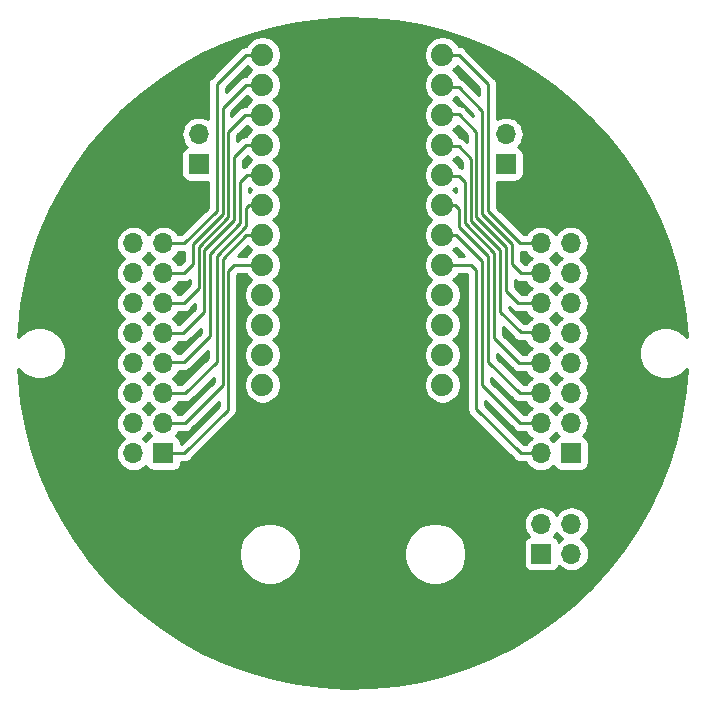
<source format=gtl>
G04 #@! TF.GenerationSoftware,KiCad,Pcbnew,(5.1.4)-1*
G04 #@! TF.CreationDate,2021-04-23T00:03:44+10:00*
G04 #@! TF.ProjectId,wheel-hub-io-v1,77686565-6c2d-4687-9562-2d696f2d7631,rev?*
G04 #@! TF.SameCoordinates,Original*
G04 #@! TF.FileFunction,Copper,L1,Top*
G04 #@! TF.FilePolarity,Positive*
%FSLAX46Y46*%
G04 Gerber Fmt 4.6, Leading zero omitted, Abs format (unit mm)*
G04 Created by KiCad (PCBNEW (5.1.4)-1) date 2021-04-23 00:03:44*
%MOMM*%
%LPD*%
G04 APERTURE LIST*
%ADD10C,1.879600*%
%ADD11R,1.700000X1.700000*%
%ADD12O,1.700000X1.700000*%
%ADD13C,0.250000*%
%ADD14C,0.254000*%
G04 APERTURE END LIST*
D10*
X62380000Y-102700000D03*
X62380000Y-100160000D03*
X62380000Y-97620000D03*
X62380000Y-95080000D03*
X62380000Y-92540000D03*
X62380000Y-90000000D03*
X62380000Y-87460000D03*
X62380000Y-84920000D03*
X62380000Y-82380000D03*
X62380000Y-79840000D03*
X62380000Y-77300000D03*
X62380000Y-74760000D03*
X77620000Y-74760000D03*
X77620000Y-77300000D03*
X77620000Y-79840000D03*
X77620000Y-82380000D03*
X77620000Y-84920000D03*
X77620000Y-87460000D03*
X77620000Y-90000000D03*
X77620000Y-92540000D03*
X77620000Y-95080000D03*
X77620000Y-97620000D03*
X77620000Y-100160000D03*
X77620000Y-102700000D03*
D11*
X86000000Y-117000000D03*
D12*
X86000000Y-114460000D03*
X88540000Y-117000000D03*
X88540000Y-114460000D03*
D11*
X54000000Y-108500000D03*
D12*
X51460000Y-108500000D03*
X54000000Y-105960000D03*
X51460000Y-105960000D03*
X54000000Y-103420000D03*
X51460000Y-103420000D03*
X54000000Y-100880000D03*
X51460000Y-100880000D03*
X54000000Y-98340000D03*
X51460000Y-98340000D03*
X54000000Y-95800000D03*
X51460000Y-95800000D03*
X54000000Y-93260000D03*
X51460000Y-93260000D03*
X54000000Y-90720000D03*
X51460000Y-90720000D03*
D11*
X88500000Y-108500000D03*
D12*
X85960000Y-108500000D03*
X88500000Y-105960000D03*
X85960000Y-105960000D03*
X88500000Y-103420000D03*
X85960000Y-103420000D03*
X88500000Y-100880000D03*
X85960000Y-100880000D03*
X88500000Y-98340000D03*
X85960000Y-98340000D03*
X88500000Y-95800000D03*
X85960000Y-95800000D03*
X88500000Y-93260000D03*
X85960000Y-93260000D03*
X88500000Y-90720000D03*
X85960000Y-90720000D03*
D11*
X83000000Y-84000000D03*
D12*
X83000000Y-81460000D03*
D11*
X57000000Y-84000000D03*
D12*
X57000000Y-81460000D03*
D13*
X80040000Y-92540000D02*
X77620000Y-92540000D01*
X80500000Y-93000000D02*
X80040000Y-92540000D01*
X80500000Y-104750000D02*
X80500000Y-93000000D01*
X85960000Y-108500000D02*
X84250000Y-108500000D01*
X84250000Y-108500000D02*
X80500000Y-104750000D01*
X84210000Y-105960000D02*
X85960000Y-105960000D01*
X81000000Y-102750000D02*
X84210000Y-105960000D01*
X81000000Y-92250000D02*
X81000000Y-102750000D01*
X77620000Y-90000000D02*
X78750000Y-90000000D01*
X78750000Y-90000000D02*
X81000000Y-92250000D01*
X84170000Y-103420000D02*
X85960000Y-103420000D01*
X78710000Y-87460000D02*
X79049990Y-87799990D01*
X79049990Y-89299990D02*
X81500000Y-91750000D01*
X79049990Y-87799990D02*
X79049990Y-89299990D01*
X81500000Y-91750000D02*
X81500000Y-100750000D01*
X77620000Y-87460000D02*
X78710000Y-87460000D01*
X81500000Y-100750000D02*
X84170000Y-103420000D01*
X84130000Y-100880000D02*
X85960000Y-100880000D01*
X77700000Y-85000000D02*
X79000000Y-85000000D01*
X77620000Y-84920000D02*
X77700000Y-85000000D01*
X79000000Y-85000000D02*
X79500000Y-85500000D01*
X79500000Y-85500000D02*
X79500000Y-89000000D01*
X82000000Y-98750000D02*
X84130000Y-100880000D01*
X79500000Y-89000000D02*
X82000000Y-91500000D01*
X82000000Y-91500000D02*
X82000000Y-98750000D01*
X85870000Y-98250000D02*
X85960000Y-98340000D01*
X84250000Y-98250000D02*
X85870000Y-98250000D01*
X77740000Y-82500000D02*
X79000000Y-82500000D01*
X77620000Y-82380000D02*
X77740000Y-82500000D01*
X79000000Y-82500000D02*
X80049990Y-83549990D01*
X80049990Y-83549990D02*
X80049990Y-88799990D01*
X80049990Y-88799990D02*
X82500000Y-91250000D01*
X82500000Y-96500000D02*
X84250000Y-98250000D01*
X82500000Y-91250000D02*
X82500000Y-96500000D01*
X84050000Y-95800000D02*
X85960000Y-95800000D01*
X77710000Y-79750000D02*
X79000000Y-79750000D01*
X83000000Y-94750000D02*
X84050000Y-95800000D01*
X77620000Y-79840000D02*
X77710000Y-79750000D01*
X79000000Y-79750000D02*
X80500000Y-81250000D01*
X80500000Y-81250000D02*
X80500000Y-88500000D01*
X80500000Y-88500000D02*
X83000000Y-91000000D01*
X83000000Y-91000000D02*
X83000000Y-94750000D01*
X84260000Y-93260000D02*
X85960000Y-93260000D01*
X83500000Y-92500000D02*
X84260000Y-93260000D01*
X77820000Y-77500000D02*
X79000000Y-77500000D01*
X79000000Y-77500000D02*
X81000000Y-79500000D01*
X81000000Y-79500000D02*
X81000000Y-88250000D01*
X77620000Y-77300000D02*
X77820000Y-77500000D01*
X81000000Y-88250000D02*
X83500000Y-90750000D01*
X83500000Y-90750000D02*
X83500000Y-92500000D01*
X77630000Y-74750000D02*
X77620000Y-74760000D01*
X79000000Y-74750000D02*
X77630000Y-74750000D01*
X81500000Y-77250000D02*
X79000000Y-74750000D01*
X81500000Y-88000000D02*
X81500000Y-77250000D01*
X85960000Y-90720000D02*
X84220000Y-90720000D01*
X84220000Y-90720000D02*
X81500000Y-88000000D01*
X59960000Y-92540000D02*
X59450010Y-93049990D01*
X62380000Y-92540000D02*
X59960000Y-92540000D01*
X59450010Y-93049990D02*
X59450010Y-104799990D01*
X59450010Y-104799990D02*
X55750000Y-108500000D01*
X55750000Y-108500000D02*
X54000000Y-108500000D01*
X55790000Y-105960000D02*
X54000000Y-105960000D01*
X59000000Y-102750000D02*
X55790000Y-105960000D01*
X59000000Y-92000000D02*
X59000000Y-102750000D01*
X62380000Y-90000000D02*
X61000000Y-90000000D01*
X61000000Y-90000000D02*
X59000000Y-92000000D01*
X62340000Y-87500000D02*
X62380000Y-87460000D01*
X61250000Y-87500000D02*
X62340000Y-87500000D01*
X55830000Y-103420000D02*
X58500000Y-100750000D01*
X54000000Y-103420000D02*
X55830000Y-103420000D01*
X58500000Y-91750000D02*
X61000000Y-89250000D01*
X61000000Y-89250000D02*
X61000000Y-87750000D01*
X58500000Y-100750000D02*
X58500000Y-91750000D01*
X61000000Y-87750000D02*
X61250000Y-87500000D01*
X54130000Y-100750000D02*
X54000000Y-100880000D01*
X55750000Y-100750000D02*
X54130000Y-100750000D01*
X61080000Y-84920000D02*
X60500000Y-85500000D01*
X62380000Y-84920000D02*
X61080000Y-84920000D01*
X60500000Y-85500000D02*
X60500000Y-89000000D01*
X57900020Y-91599980D02*
X57900020Y-98599980D01*
X60500000Y-89000000D02*
X57900020Y-91599980D01*
X57900020Y-98599980D02*
X55750000Y-100750000D01*
X61000000Y-82380000D02*
X60000000Y-83380000D01*
X62380000Y-82380000D02*
X61000000Y-82380000D01*
X60000000Y-83380000D02*
X60000000Y-88750000D01*
X55660000Y-98340000D02*
X54000000Y-98340000D01*
X60000000Y-88750000D02*
X57450010Y-91299990D01*
X57450010Y-91299990D02*
X57450010Y-96549990D01*
X57450010Y-96549990D02*
X55660000Y-98340000D01*
X55700000Y-95800000D02*
X54000000Y-95800000D01*
X60910000Y-79840000D02*
X59500000Y-81250000D01*
X62380000Y-79840000D02*
X60910000Y-79840000D01*
X59500000Y-81250000D02*
X59500000Y-88500000D01*
X59500000Y-88500000D02*
X57000000Y-91000000D01*
X57000000Y-91000000D02*
X57000000Y-94500000D01*
X57000000Y-94500000D02*
X55700000Y-95800000D01*
X56500000Y-92500000D02*
X55740000Y-93260000D01*
X56500000Y-90750000D02*
X56500000Y-92500000D01*
X59000000Y-88250000D02*
X56500000Y-90750000D01*
X59000000Y-79250000D02*
X59000000Y-88250000D01*
X62380000Y-77300000D02*
X60950000Y-77300000D01*
X60950000Y-77300000D02*
X59000000Y-79250000D01*
X55740000Y-93260000D02*
X54000000Y-93260000D01*
X60990000Y-74760000D02*
X62380000Y-74760000D01*
X58500000Y-77250000D02*
X60990000Y-74760000D01*
X58500000Y-88000000D02*
X58500000Y-77250000D01*
X55780000Y-90720000D02*
X58500000Y-88000000D01*
X54000000Y-90720000D02*
X55780000Y-90720000D01*
D14*
G36*
X71570361Y-71703541D02*
G01*
X73655838Y-71896789D01*
X75721347Y-72243527D01*
X77755609Y-72741861D01*
X79747512Y-73389070D01*
X81686178Y-74181618D01*
X83561018Y-75115177D01*
X85361792Y-76184649D01*
X87078666Y-77384192D01*
X88702261Y-78707254D01*
X90223712Y-80146610D01*
X91634707Y-81694399D01*
X92927542Y-83342166D01*
X94095154Y-85080913D01*
X95131166Y-86901142D01*
X96029921Y-88792913D01*
X96786510Y-90745893D01*
X97396800Y-92749416D01*
X97857458Y-94792539D01*
X98165968Y-96864103D01*
X98299749Y-98670621D01*
X98236038Y-98575271D01*
X97924729Y-98263962D01*
X97558669Y-98019369D01*
X97151925Y-97850890D01*
X96720128Y-97765000D01*
X96279872Y-97765000D01*
X95848075Y-97850890D01*
X95441331Y-98019369D01*
X95075271Y-98263962D01*
X94763962Y-98575271D01*
X94519369Y-98941331D01*
X94350890Y-99348075D01*
X94265000Y-99779872D01*
X94265000Y-100220128D01*
X94350890Y-100651925D01*
X94519369Y-101058669D01*
X94763962Y-101424729D01*
X95075271Y-101736038D01*
X95441331Y-101980631D01*
X95848075Y-102149110D01*
X96279872Y-102235000D01*
X96720128Y-102235000D01*
X97151925Y-102149110D01*
X97558669Y-101980631D01*
X97924729Y-101736038D01*
X98236038Y-101424729D01*
X98299749Y-101329379D01*
X98165968Y-103135897D01*
X97857458Y-105207461D01*
X97396800Y-107250584D01*
X96786510Y-109254107D01*
X96029921Y-111207087D01*
X95131166Y-113098858D01*
X94095154Y-114919087D01*
X92927542Y-116657834D01*
X91634707Y-118305601D01*
X90223712Y-119853390D01*
X88702261Y-121292746D01*
X87078666Y-122615808D01*
X85361792Y-123815351D01*
X83561018Y-124884823D01*
X81686178Y-125818382D01*
X79747512Y-126610930D01*
X77755609Y-127258139D01*
X75721347Y-127756473D01*
X73655838Y-128103211D01*
X71570361Y-128296459D01*
X69476308Y-128335161D01*
X67385115Y-128219107D01*
X65308203Y-127948929D01*
X63256917Y-127526104D01*
X61242458Y-126952942D01*
X59275831Y-126232571D01*
X57367775Y-125368928D01*
X55528712Y-124366728D01*
X53768686Y-123231445D01*
X52097310Y-121969281D01*
X50523712Y-120587127D01*
X49056487Y-119092535D01*
X47703648Y-117493665D01*
X47156424Y-116740475D01*
X60365000Y-116740475D01*
X60365000Y-117259525D01*
X60466261Y-117768601D01*
X60664893Y-118248141D01*
X60953262Y-118679715D01*
X61320285Y-119046738D01*
X61751859Y-119335107D01*
X62231399Y-119533739D01*
X62740475Y-119635000D01*
X63259525Y-119635000D01*
X63768601Y-119533739D01*
X64248141Y-119335107D01*
X64679715Y-119046738D01*
X65046738Y-118679715D01*
X65335107Y-118248141D01*
X65533739Y-117768601D01*
X65635000Y-117259525D01*
X65635000Y-116740475D01*
X74365000Y-116740475D01*
X74365000Y-117259525D01*
X74466261Y-117768601D01*
X74664893Y-118248141D01*
X74953262Y-118679715D01*
X75320285Y-119046738D01*
X75751859Y-119335107D01*
X76231399Y-119533739D01*
X76740475Y-119635000D01*
X77259525Y-119635000D01*
X77768601Y-119533739D01*
X78248141Y-119335107D01*
X78679715Y-119046738D01*
X79046738Y-118679715D01*
X79335107Y-118248141D01*
X79533739Y-117768601D01*
X79635000Y-117259525D01*
X79635000Y-116740475D01*
X79533739Y-116231399D01*
X79335107Y-115751859D01*
X79046738Y-115320285D01*
X78679715Y-114953262D01*
X78248141Y-114664893D01*
X77768601Y-114466261D01*
X77737125Y-114460000D01*
X84507815Y-114460000D01*
X84536487Y-114751111D01*
X84621401Y-115031034D01*
X84759294Y-115289014D01*
X84944866Y-115515134D01*
X84974687Y-115539607D01*
X84905820Y-115560498D01*
X84795506Y-115619463D01*
X84698815Y-115698815D01*
X84619463Y-115795506D01*
X84560498Y-115905820D01*
X84524188Y-116025518D01*
X84511928Y-116150000D01*
X84511928Y-117850000D01*
X84524188Y-117974482D01*
X84560498Y-118094180D01*
X84619463Y-118204494D01*
X84698815Y-118301185D01*
X84795506Y-118380537D01*
X84905820Y-118439502D01*
X85025518Y-118475812D01*
X85150000Y-118488072D01*
X86850000Y-118488072D01*
X86974482Y-118475812D01*
X87094180Y-118439502D01*
X87204494Y-118380537D01*
X87301185Y-118301185D01*
X87380537Y-118204494D01*
X87439502Y-118094180D01*
X87460393Y-118025313D01*
X87484866Y-118055134D01*
X87710986Y-118240706D01*
X87968966Y-118378599D01*
X88248889Y-118463513D01*
X88467050Y-118485000D01*
X88612950Y-118485000D01*
X88831111Y-118463513D01*
X89111034Y-118378599D01*
X89369014Y-118240706D01*
X89595134Y-118055134D01*
X89780706Y-117829014D01*
X89918599Y-117571034D01*
X90003513Y-117291111D01*
X90032185Y-117000000D01*
X90003513Y-116708889D01*
X89918599Y-116428966D01*
X89780706Y-116170986D01*
X89595134Y-115944866D01*
X89369014Y-115759294D01*
X89314209Y-115730000D01*
X89369014Y-115700706D01*
X89595134Y-115515134D01*
X89780706Y-115289014D01*
X89918599Y-115031034D01*
X90003513Y-114751111D01*
X90032185Y-114460000D01*
X90003513Y-114168889D01*
X89918599Y-113888966D01*
X89780706Y-113630986D01*
X89595134Y-113404866D01*
X89369014Y-113219294D01*
X89111034Y-113081401D01*
X88831111Y-112996487D01*
X88612950Y-112975000D01*
X88467050Y-112975000D01*
X88248889Y-112996487D01*
X87968966Y-113081401D01*
X87710986Y-113219294D01*
X87484866Y-113404866D01*
X87299294Y-113630986D01*
X87270000Y-113685791D01*
X87240706Y-113630986D01*
X87055134Y-113404866D01*
X86829014Y-113219294D01*
X86571034Y-113081401D01*
X86291111Y-112996487D01*
X86072950Y-112975000D01*
X85927050Y-112975000D01*
X85708889Y-112996487D01*
X85428966Y-113081401D01*
X85170986Y-113219294D01*
X84944866Y-113404866D01*
X84759294Y-113630986D01*
X84621401Y-113888966D01*
X84536487Y-114168889D01*
X84507815Y-114460000D01*
X77737125Y-114460000D01*
X77259525Y-114365000D01*
X76740475Y-114365000D01*
X76231399Y-114466261D01*
X75751859Y-114664893D01*
X75320285Y-114953262D01*
X74953262Y-115320285D01*
X74664893Y-115751859D01*
X74466261Y-116231399D01*
X74365000Y-116740475D01*
X65635000Y-116740475D01*
X65533739Y-116231399D01*
X65335107Y-115751859D01*
X65046738Y-115320285D01*
X64679715Y-114953262D01*
X64248141Y-114664893D01*
X63768601Y-114466261D01*
X63259525Y-114365000D01*
X62740475Y-114365000D01*
X62231399Y-114466261D01*
X61751859Y-114664893D01*
X61320285Y-114953262D01*
X60953262Y-115320285D01*
X60664893Y-115751859D01*
X60466261Y-116231399D01*
X60365000Y-116740475D01*
X47156424Y-116740475D01*
X46472585Y-115799251D01*
X45370019Y-114018547D01*
X44401974Y-112161278D01*
X43573737Y-110237589D01*
X42889831Y-108257985D01*
X42353991Y-106233280D01*
X41969144Y-104174530D01*
X41737392Y-102092981D01*
X41709678Y-101343487D01*
X41763962Y-101424729D01*
X42075271Y-101736038D01*
X42441331Y-101980631D01*
X42848075Y-102149110D01*
X43279872Y-102235000D01*
X43720128Y-102235000D01*
X44151925Y-102149110D01*
X44558669Y-101980631D01*
X44924729Y-101736038D01*
X45236038Y-101424729D01*
X45480631Y-101058669D01*
X45649110Y-100651925D01*
X45735000Y-100220128D01*
X45735000Y-99779872D01*
X45649110Y-99348075D01*
X45480631Y-98941331D01*
X45236038Y-98575271D01*
X44924729Y-98263962D01*
X44558669Y-98019369D01*
X44151925Y-97850890D01*
X43720128Y-97765000D01*
X43279872Y-97765000D01*
X42848075Y-97850890D01*
X42441331Y-98019369D01*
X42075271Y-98263962D01*
X41763962Y-98575271D01*
X41709678Y-98656513D01*
X41737392Y-97907019D01*
X41969144Y-95825470D01*
X42353991Y-93766720D01*
X42889831Y-91742015D01*
X43242912Y-90720000D01*
X49967815Y-90720000D01*
X49996487Y-91011111D01*
X50081401Y-91291034D01*
X50219294Y-91549014D01*
X50404866Y-91775134D01*
X50630986Y-91960706D01*
X50685791Y-91990000D01*
X50630986Y-92019294D01*
X50404866Y-92204866D01*
X50219294Y-92430986D01*
X50081401Y-92688966D01*
X49996487Y-92968889D01*
X49967815Y-93260000D01*
X49996487Y-93551111D01*
X50081401Y-93831034D01*
X50219294Y-94089014D01*
X50404866Y-94315134D01*
X50630986Y-94500706D01*
X50685791Y-94530000D01*
X50630986Y-94559294D01*
X50404866Y-94744866D01*
X50219294Y-94970986D01*
X50081401Y-95228966D01*
X49996487Y-95508889D01*
X49967815Y-95800000D01*
X49996487Y-96091111D01*
X50081401Y-96371034D01*
X50219294Y-96629014D01*
X50404866Y-96855134D01*
X50630986Y-97040706D01*
X50685791Y-97070000D01*
X50630986Y-97099294D01*
X50404866Y-97284866D01*
X50219294Y-97510986D01*
X50081401Y-97768966D01*
X49996487Y-98048889D01*
X49967815Y-98340000D01*
X49996487Y-98631111D01*
X50081401Y-98911034D01*
X50219294Y-99169014D01*
X50404866Y-99395134D01*
X50630986Y-99580706D01*
X50685791Y-99610000D01*
X50630986Y-99639294D01*
X50404866Y-99824866D01*
X50219294Y-100050986D01*
X50081401Y-100308966D01*
X49996487Y-100588889D01*
X49967815Y-100880000D01*
X49996487Y-101171111D01*
X50081401Y-101451034D01*
X50219294Y-101709014D01*
X50404866Y-101935134D01*
X50630986Y-102120706D01*
X50685791Y-102150000D01*
X50630986Y-102179294D01*
X50404866Y-102364866D01*
X50219294Y-102590986D01*
X50081401Y-102848966D01*
X49996487Y-103128889D01*
X49967815Y-103420000D01*
X49996487Y-103711111D01*
X50081401Y-103991034D01*
X50219294Y-104249014D01*
X50404866Y-104475134D01*
X50630986Y-104660706D01*
X50685791Y-104690000D01*
X50630986Y-104719294D01*
X50404866Y-104904866D01*
X50219294Y-105130986D01*
X50081401Y-105388966D01*
X49996487Y-105668889D01*
X49967815Y-105960000D01*
X49996487Y-106251111D01*
X50081401Y-106531034D01*
X50219294Y-106789014D01*
X50404866Y-107015134D01*
X50630986Y-107200706D01*
X50685791Y-107230000D01*
X50630986Y-107259294D01*
X50404866Y-107444866D01*
X50219294Y-107670986D01*
X50081401Y-107928966D01*
X49996487Y-108208889D01*
X49967815Y-108500000D01*
X49996487Y-108791111D01*
X50081401Y-109071034D01*
X50219294Y-109329014D01*
X50404866Y-109555134D01*
X50630986Y-109740706D01*
X50888966Y-109878599D01*
X51168889Y-109963513D01*
X51387050Y-109985000D01*
X51532950Y-109985000D01*
X51751111Y-109963513D01*
X52031034Y-109878599D01*
X52289014Y-109740706D01*
X52515134Y-109555134D01*
X52539607Y-109525313D01*
X52560498Y-109594180D01*
X52619463Y-109704494D01*
X52698815Y-109801185D01*
X52795506Y-109880537D01*
X52905820Y-109939502D01*
X53025518Y-109975812D01*
X53150000Y-109988072D01*
X54850000Y-109988072D01*
X54974482Y-109975812D01*
X55094180Y-109939502D01*
X55204494Y-109880537D01*
X55301185Y-109801185D01*
X55380537Y-109704494D01*
X55439502Y-109594180D01*
X55475812Y-109474482D01*
X55488072Y-109350000D01*
X55488072Y-109260000D01*
X55712678Y-109260000D01*
X55750000Y-109263676D01*
X55787322Y-109260000D01*
X55787333Y-109260000D01*
X55898986Y-109249003D01*
X56042247Y-109205546D01*
X56174276Y-109134974D01*
X56290001Y-109040001D01*
X56313804Y-109010997D01*
X59961013Y-105363789D01*
X59990011Y-105339991D01*
X60084984Y-105224266D01*
X60155556Y-105092237D01*
X60199013Y-104948976D01*
X60210010Y-104837323D01*
X60210010Y-104837314D01*
X60213686Y-104799991D01*
X60210010Y-104762668D01*
X60210010Y-93364791D01*
X60274801Y-93300000D01*
X60993819Y-93300000D01*
X61156773Y-93543877D01*
X61376123Y-93763227D01*
X61446124Y-93810000D01*
X61376123Y-93856773D01*
X61156773Y-94076123D01*
X60984430Y-94334052D01*
X60865718Y-94620648D01*
X60805200Y-94924896D01*
X60805200Y-95235104D01*
X60865718Y-95539352D01*
X60984430Y-95825948D01*
X61156773Y-96083877D01*
X61376123Y-96303227D01*
X61446124Y-96350000D01*
X61376123Y-96396773D01*
X61156773Y-96616123D01*
X60984430Y-96874052D01*
X60865718Y-97160648D01*
X60805200Y-97464896D01*
X60805200Y-97775104D01*
X60865718Y-98079352D01*
X60984430Y-98365948D01*
X61156773Y-98623877D01*
X61376123Y-98843227D01*
X61446124Y-98890000D01*
X61376123Y-98936773D01*
X61156773Y-99156123D01*
X60984430Y-99414052D01*
X60865718Y-99700648D01*
X60805200Y-100004896D01*
X60805200Y-100315104D01*
X60865718Y-100619352D01*
X60984430Y-100905948D01*
X61156773Y-101163877D01*
X61376123Y-101383227D01*
X61446124Y-101430000D01*
X61376123Y-101476773D01*
X61156773Y-101696123D01*
X60984430Y-101954052D01*
X60865718Y-102240648D01*
X60805200Y-102544896D01*
X60805200Y-102855104D01*
X60865718Y-103159352D01*
X60984430Y-103445948D01*
X61156773Y-103703877D01*
X61376123Y-103923227D01*
X61634052Y-104095570D01*
X61920648Y-104214282D01*
X62224896Y-104274800D01*
X62535104Y-104274800D01*
X62839352Y-104214282D01*
X63125948Y-104095570D01*
X63383877Y-103923227D01*
X63603227Y-103703877D01*
X63775570Y-103445948D01*
X63894282Y-103159352D01*
X63954800Y-102855104D01*
X63954800Y-102544896D01*
X63894282Y-102240648D01*
X63775570Y-101954052D01*
X63603227Y-101696123D01*
X63383877Y-101476773D01*
X63313876Y-101430000D01*
X63383877Y-101383227D01*
X63603227Y-101163877D01*
X63775570Y-100905948D01*
X63894282Y-100619352D01*
X63954800Y-100315104D01*
X63954800Y-100004896D01*
X63894282Y-99700648D01*
X63775570Y-99414052D01*
X63603227Y-99156123D01*
X63383877Y-98936773D01*
X63313876Y-98890000D01*
X63383877Y-98843227D01*
X63603227Y-98623877D01*
X63775570Y-98365948D01*
X63894282Y-98079352D01*
X63954800Y-97775104D01*
X63954800Y-97464896D01*
X63894282Y-97160648D01*
X63775570Y-96874052D01*
X63603227Y-96616123D01*
X63383877Y-96396773D01*
X63313876Y-96350000D01*
X63383877Y-96303227D01*
X63603227Y-96083877D01*
X63775570Y-95825948D01*
X63894282Y-95539352D01*
X63954800Y-95235104D01*
X63954800Y-94924896D01*
X63894282Y-94620648D01*
X63775570Y-94334052D01*
X63603227Y-94076123D01*
X63383877Y-93856773D01*
X63313876Y-93810000D01*
X63383877Y-93763227D01*
X63603227Y-93543877D01*
X63775570Y-93285948D01*
X63894282Y-92999352D01*
X63954800Y-92695104D01*
X63954800Y-92384896D01*
X63894282Y-92080648D01*
X63775570Y-91794052D01*
X63603227Y-91536123D01*
X63383877Y-91316773D01*
X63313876Y-91270000D01*
X63383877Y-91223227D01*
X63603227Y-91003877D01*
X63775570Y-90745948D01*
X63894282Y-90459352D01*
X63954800Y-90155104D01*
X63954800Y-89844896D01*
X63894282Y-89540648D01*
X63775570Y-89254052D01*
X63603227Y-88996123D01*
X63383877Y-88776773D01*
X63313876Y-88730000D01*
X63383877Y-88683227D01*
X63603227Y-88463877D01*
X63775570Y-88205948D01*
X63894282Y-87919352D01*
X63954800Y-87615104D01*
X63954800Y-87304896D01*
X63894282Y-87000648D01*
X63775570Y-86714052D01*
X63603227Y-86456123D01*
X63383877Y-86236773D01*
X63313876Y-86190000D01*
X63383877Y-86143227D01*
X63603227Y-85923877D01*
X63775570Y-85665948D01*
X63894282Y-85379352D01*
X63954800Y-85075104D01*
X63954800Y-84764896D01*
X63894282Y-84460648D01*
X63775570Y-84174052D01*
X63603227Y-83916123D01*
X63383877Y-83696773D01*
X63313876Y-83650000D01*
X63383877Y-83603227D01*
X63603227Y-83383877D01*
X63775570Y-83125948D01*
X63894282Y-82839352D01*
X63954800Y-82535104D01*
X63954800Y-82224896D01*
X63894282Y-81920648D01*
X63775570Y-81634052D01*
X63603227Y-81376123D01*
X63383877Y-81156773D01*
X63313876Y-81110000D01*
X63383877Y-81063227D01*
X63603227Y-80843877D01*
X63775570Y-80585948D01*
X63894282Y-80299352D01*
X63954800Y-79995104D01*
X63954800Y-79684896D01*
X63894282Y-79380648D01*
X63775570Y-79094052D01*
X63603227Y-78836123D01*
X63383877Y-78616773D01*
X63313876Y-78570000D01*
X63383877Y-78523227D01*
X63603227Y-78303877D01*
X63775570Y-78045948D01*
X63894282Y-77759352D01*
X63954800Y-77455104D01*
X63954800Y-77144896D01*
X63894282Y-76840648D01*
X63775570Y-76554052D01*
X63603227Y-76296123D01*
X63383877Y-76076773D01*
X63313876Y-76030000D01*
X63383877Y-75983227D01*
X63603227Y-75763877D01*
X63775570Y-75505948D01*
X63894282Y-75219352D01*
X63954800Y-74915104D01*
X63954800Y-74604896D01*
X76045200Y-74604896D01*
X76045200Y-74915104D01*
X76105718Y-75219352D01*
X76224430Y-75505948D01*
X76396773Y-75763877D01*
X76616123Y-75983227D01*
X76686124Y-76030000D01*
X76616123Y-76076773D01*
X76396773Y-76296123D01*
X76224430Y-76554052D01*
X76105718Y-76840648D01*
X76045200Y-77144896D01*
X76045200Y-77455104D01*
X76105718Y-77759352D01*
X76224430Y-78045948D01*
X76396773Y-78303877D01*
X76616123Y-78523227D01*
X76686124Y-78570000D01*
X76616123Y-78616773D01*
X76396773Y-78836123D01*
X76224430Y-79094052D01*
X76105718Y-79380648D01*
X76045200Y-79684896D01*
X76045200Y-79995104D01*
X76105718Y-80299352D01*
X76224430Y-80585948D01*
X76396773Y-80843877D01*
X76616123Y-81063227D01*
X76686124Y-81110000D01*
X76616123Y-81156773D01*
X76396773Y-81376123D01*
X76224430Y-81634052D01*
X76105718Y-81920648D01*
X76045200Y-82224896D01*
X76045200Y-82535104D01*
X76105718Y-82839352D01*
X76224430Y-83125948D01*
X76396773Y-83383877D01*
X76616123Y-83603227D01*
X76686124Y-83650000D01*
X76616123Y-83696773D01*
X76396773Y-83916123D01*
X76224430Y-84174052D01*
X76105718Y-84460648D01*
X76045200Y-84764896D01*
X76045200Y-85075104D01*
X76105718Y-85379352D01*
X76224430Y-85665948D01*
X76396773Y-85923877D01*
X76616123Y-86143227D01*
X76686124Y-86190000D01*
X76616123Y-86236773D01*
X76396773Y-86456123D01*
X76224430Y-86714052D01*
X76105718Y-87000648D01*
X76045200Y-87304896D01*
X76045200Y-87615104D01*
X76105718Y-87919352D01*
X76224430Y-88205948D01*
X76396773Y-88463877D01*
X76616123Y-88683227D01*
X76686124Y-88730000D01*
X76616123Y-88776773D01*
X76396773Y-88996123D01*
X76224430Y-89254052D01*
X76105718Y-89540648D01*
X76045200Y-89844896D01*
X76045200Y-90155104D01*
X76105718Y-90459352D01*
X76224430Y-90745948D01*
X76396773Y-91003877D01*
X76616123Y-91223227D01*
X76686124Y-91270000D01*
X76616123Y-91316773D01*
X76396773Y-91536123D01*
X76224430Y-91794052D01*
X76105718Y-92080648D01*
X76045200Y-92384896D01*
X76045200Y-92695104D01*
X76105718Y-92999352D01*
X76224430Y-93285948D01*
X76396773Y-93543877D01*
X76616123Y-93763227D01*
X76686124Y-93810000D01*
X76616123Y-93856773D01*
X76396773Y-94076123D01*
X76224430Y-94334052D01*
X76105718Y-94620648D01*
X76045200Y-94924896D01*
X76045200Y-95235104D01*
X76105718Y-95539352D01*
X76224430Y-95825948D01*
X76396773Y-96083877D01*
X76616123Y-96303227D01*
X76686124Y-96350000D01*
X76616123Y-96396773D01*
X76396773Y-96616123D01*
X76224430Y-96874052D01*
X76105718Y-97160648D01*
X76045200Y-97464896D01*
X76045200Y-97775104D01*
X76105718Y-98079352D01*
X76224430Y-98365948D01*
X76396773Y-98623877D01*
X76616123Y-98843227D01*
X76686124Y-98890000D01*
X76616123Y-98936773D01*
X76396773Y-99156123D01*
X76224430Y-99414052D01*
X76105718Y-99700648D01*
X76045200Y-100004896D01*
X76045200Y-100315104D01*
X76105718Y-100619352D01*
X76224430Y-100905948D01*
X76396773Y-101163877D01*
X76616123Y-101383227D01*
X76686124Y-101430000D01*
X76616123Y-101476773D01*
X76396773Y-101696123D01*
X76224430Y-101954052D01*
X76105718Y-102240648D01*
X76045200Y-102544896D01*
X76045200Y-102855104D01*
X76105718Y-103159352D01*
X76224430Y-103445948D01*
X76396773Y-103703877D01*
X76616123Y-103923227D01*
X76874052Y-104095570D01*
X77160648Y-104214282D01*
X77464896Y-104274800D01*
X77775104Y-104274800D01*
X78079352Y-104214282D01*
X78365948Y-104095570D01*
X78623877Y-103923227D01*
X78843227Y-103703877D01*
X79015570Y-103445948D01*
X79134282Y-103159352D01*
X79194800Y-102855104D01*
X79194800Y-102544896D01*
X79134282Y-102240648D01*
X79015570Y-101954052D01*
X78843227Y-101696123D01*
X78623877Y-101476773D01*
X78553876Y-101430000D01*
X78623877Y-101383227D01*
X78843227Y-101163877D01*
X79015570Y-100905948D01*
X79134282Y-100619352D01*
X79194800Y-100315104D01*
X79194800Y-100004896D01*
X79134282Y-99700648D01*
X79015570Y-99414052D01*
X78843227Y-99156123D01*
X78623877Y-98936773D01*
X78553876Y-98890000D01*
X78623877Y-98843227D01*
X78843227Y-98623877D01*
X79015570Y-98365948D01*
X79134282Y-98079352D01*
X79194800Y-97775104D01*
X79194800Y-97464896D01*
X79134282Y-97160648D01*
X79015570Y-96874052D01*
X78843227Y-96616123D01*
X78623877Y-96396773D01*
X78553876Y-96350000D01*
X78623877Y-96303227D01*
X78843227Y-96083877D01*
X79015570Y-95825948D01*
X79134282Y-95539352D01*
X79194800Y-95235104D01*
X79194800Y-94924896D01*
X79134282Y-94620648D01*
X79015570Y-94334052D01*
X78843227Y-94076123D01*
X78623877Y-93856773D01*
X78553876Y-93810000D01*
X78623877Y-93763227D01*
X78843227Y-93543877D01*
X79006181Y-93300000D01*
X79725199Y-93300000D01*
X79740001Y-93314802D01*
X79740000Y-104712678D01*
X79736324Y-104750000D01*
X79740000Y-104787322D01*
X79740000Y-104787332D01*
X79750997Y-104898985D01*
X79766162Y-104948977D01*
X79794454Y-105042246D01*
X79865026Y-105174276D01*
X79904871Y-105222826D01*
X79959999Y-105290001D01*
X79989003Y-105313804D01*
X83686201Y-109011003D01*
X83709999Y-109040001D01*
X83825724Y-109134974D01*
X83957753Y-109205546D01*
X84101014Y-109249003D01*
X84212667Y-109260000D01*
X84212677Y-109260000D01*
X84250000Y-109263676D01*
X84287323Y-109260000D01*
X84682405Y-109260000D01*
X84719294Y-109329014D01*
X84904866Y-109555134D01*
X85130986Y-109740706D01*
X85388966Y-109878599D01*
X85668889Y-109963513D01*
X85887050Y-109985000D01*
X86032950Y-109985000D01*
X86251111Y-109963513D01*
X86531034Y-109878599D01*
X86789014Y-109740706D01*
X87015134Y-109555134D01*
X87039607Y-109525313D01*
X87060498Y-109594180D01*
X87119463Y-109704494D01*
X87198815Y-109801185D01*
X87295506Y-109880537D01*
X87405820Y-109939502D01*
X87525518Y-109975812D01*
X87650000Y-109988072D01*
X89350000Y-109988072D01*
X89474482Y-109975812D01*
X89594180Y-109939502D01*
X89704494Y-109880537D01*
X89801185Y-109801185D01*
X89880537Y-109704494D01*
X89939502Y-109594180D01*
X89975812Y-109474482D01*
X89988072Y-109350000D01*
X89988072Y-107650000D01*
X89975812Y-107525518D01*
X89939502Y-107405820D01*
X89880537Y-107295506D01*
X89801185Y-107198815D01*
X89704494Y-107119463D01*
X89594180Y-107060498D01*
X89525313Y-107039607D01*
X89555134Y-107015134D01*
X89740706Y-106789014D01*
X89878599Y-106531034D01*
X89963513Y-106251111D01*
X89992185Y-105960000D01*
X89963513Y-105668889D01*
X89878599Y-105388966D01*
X89740706Y-105130986D01*
X89555134Y-104904866D01*
X89329014Y-104719294D01*
X89274209Y-104690000D01*
X89329014Y-104660706D01*
X89555134Y-104475134D01*
X89740706Y-104249014D01*
X89878599Y-103991034D01*
X89963513Y-103711111D01*
X89992185Y-103420000D01*
X89963513Y-103128889D01*
X89878599Y-102848966D01*
X89740706Y-102590986D01*
X89555134Y-102364866D01*
X89329014Y-102179294D01*
X89274209Y-102150000D01*
X89329014Y-102120706D01*
X89555134Y-101935134D01*
X89740706Y-101709014D01*
X89878599Y-101451034D01*
X89963513Y-101171111D01*
X89992185Y-100880000D01*
X89963513Y-100588889D01*
X89878599Y-100308966D01*
X89740706Y-100050986D01*
X89555134Y-99824866D01*
X89329014Y-99639294D01*
X89274209Y-99610000D01*
X89329014Y-99580706D01*
X89555134Y-99395134D01*
X89740706Y-99169014D01*
X89878599Y-98911034D01*
X89963513Y-98631111D01*
X89992185Y-98340000D01*
X89963513Y-98048889D01*
X89878599Y-97768966D01*
X89740706Y-97510986D01*
X89555134Y-97284866D01*
X89329014Y-97099294D01*
X89274209Y-97070000D01*
X89329014Y-97040706D01*
X89555134Y-96855134D01*
X89740706Y-96629014D01*
X89878599Y-96371034D01*
X89963513Y-96091111D01*
X89992185Y-95800000D01*
X89963513Y-95508889D01*
X89878599Y-95228966D01*
X89740706Y-94970986D01*
X89555134Y-94744866D01*
X89329014Y-94559294D01*
X89274209Y-94530000D01*
X89329014Y-94500706D01*
X89555134Y-94315134D01*
X89740706Y-94089014D01*
X89878599Y-93831034D01*
X89963513Y-93551111D01*
X89992185Y-93260000D01*
X89963513Y-92968889D01*
X89878599Y-92688966D01*
X89740706Y-92430986D01*
X89555134Y-92204866D01*
X89329014Y-92019294D01*
X89274209Y-91990000D01*
X89329014Y-91960706D01*
X89555134Y-91775134D01*
X89740706Y-91549014D01*
X89878599Y-91291034D01*
X89963513Y-91011111D01*
X89992185Y-90720000D01*
X89963513Y-90428889D01*
X89878599Y-90148966D01*
X89740706Y-89890986D01*
X89555134Y-89664866D01*
X89329014Y-89479294D01*
X89071034Y-89341401D01*
X88791111Y-89256487D01*
X88572950Y-89235000D01*
X88427050Y-89235000D01*
X88208889Y-89256487D01*
X87928966Y-89341401D01*
X87670986Y-89479294D01*
X87444866Y-89664866D01*
X87259294Y-89890986D01*
X87230000Y-89945791D01*
X87200706Y-89890986D01*
X87015134Y-89664866D01*
X86789014Y-89479294D01*
X86531034Y-89341401D01*
X86251111Y-89256487D01*
X86032950Y-89235000D01*
X85887050Y-89235000D01*
X85668889Y-89256487D01*
X85388966Y-89341401D01*
X85130986Y-89479294D01*
X84904866Y-89664866D01*
X84719294Y-89890986D01*
X84682405Y-89960000D01*
X84534802Y-89960000D01*
X82260000Y-87685199D01*
X82260000Y-85488072D01*
X83850000Y-85488072D01*
X83974482Y-85475812D01*
X84094180Y-85439502D01*
X84204494Y-85380537D01*
X84301185Y-85301185D01*
X84380537Y-85204494D01*
X84439502Y-85094180D01*
X84475812Y-84974482D01*
X84488072Y-84850000D01*
X84488072Y-83150000D01*
X84475812Y-83025518D01*
X84439502Y-82905820D01*
X84380537Y-82795506D01*
X84301185Y-82698815D01*
X84204494Y-82619463D01*
X84094180Y-82560498D01*
X84025313Y-82539607D01*
X84055134Y-82515134D01*
X84240706Y-82289014D01*
X84378599Y-82031034D01*
X84463513Y-81751111D01*
X84492185Y-81460000D01*
X84463513Y-81168889D01*
X84378599Y-80888966D01*
X84240706Y-80630986D01*
X84055134Y-80404866D01*
X83829014Y-80219294D01*
X83571034Y-80081401D01*
X83291111Y-79996487D01*
X83072950Y-79975000D01*
X82927050Y-79975000D01*
X82708889Y-79996487D01*
X82428966Y-80081401D01*
X82260000Y-80171715D01*
X82260000Y-77287323D01*
X82263676Y-77250000D01*
X82260000Y-77212677D01*
X82260000Y-77212667D01*
X82249003Y-77101014D01*
X82205546Y-76957753D01*
X82194026Y-76936201D01*
X82134974Y-76825723D01*
X82063799Y-76738997D01*
X82040001Y-76709999D01*
X82011003Y-76686201D01*
X79563804Y-74239003D01*
X79540001Y-74209999D01*
X79424276Y-74115026D01*
X79292247Y-74044454D01*
X79148986Y-74000997D01*
X79037333Y-73990000D01*
X79037322Y-73990000D01*
X79000000Y-73986324D01*
X78997225Y-73986597D01*
X78843227Y-73756123D01*
X78623877Y-73536773D01*
X78365948Y-73364430D01*
X78079352Y-73245718D01*
X77775104Y-73185200D01*
X77464896Y-73185200D01*
X77160648Y-73245718D01*
X76874052Y-73364430D01*
X76616123Y-73536773D01*
X76396773Y-73756123D01*
X76224430Y-74014052D01*
X76105718Y-74300648D01*
X76045200Y-74604896D01*
X63954800Y-74604896D01*
X63894282Y-74300648D01*
X63775570Y-74014052D01*
X63603227Y-73756123D01*
X63383877Y-73536773D01*
X63125948Y-73364430D01*
X62839352Y-73245718D01*
X62535104Y-73185200D01*
X62224896Y-73185200D01*
X61920648Y-73245718D01*
X61634052Y-73364430D01*
X61376123Y-73536773D01*
X61156773Y-73756123D01*
X60995888Y-73996904D01*
X60990000Y-73996324D01*
X60952675Y-74000000D01*
X60952667Y-74000000D01*
X60841014Y-74010997D01*
X60697753Y-74054454D01*
X60565724Y-74125026D01*
X60449999Y-74219999D01*
X60426201Y-74248997D01*
X57988998Y-76686201D01*
X57960000Y-76709999D01*
X57936202Y-76738997D01*
X57936201Y-76738998D01*
X57865026Y-76825724D01*
X57794454Y-76957754D01*
X57750998Y-77101015D01*
X57736324Y-77250000D01*
X57740001Y-77287332D01*
X57740001Y-80171715D01*
X57571034Y-80081401D01*
X57291111Y-79996487D01*
X57072950Y-79975000D01*
X56927050Y-79975000D01*
X56708889Y-79996487D01*
X56428966Y-80081401D01*
X56170986Y-80219294D01*
X55944866Y-80404866D01*
X55759294Y-80630986D01*
X55621401Y-80888966D01*
X55536487Y-81168889D01*
X55507815Y-81460000D01*
X55536487Y-81751111D01*
X55621401Y-82031034D01*
X55759294Y-82289014D01*
X55944866Y-82515134D01*
X55974687Y-82539607D01*
X55905820Y-82560498D01*
X55795506Y-82619463D01*
X55698815Y-82698815D01*
X55619463Y-82795506D01*
X55560498Y-82905820D01*
X55524188Y-83025518D01*
X55511928Y-83150000D01*
X55511928Y-84850000D01*
X55524188Y-84974482D01*
X55560498Y-85094180D01*
X55619463Y-85204494D01*
X55698815Y-85301185D01*
X55795506Y-85380537D01*
X55905820Y-85439502D01*
X56025518Y-85475812D01*
X56150000Y-85488072D01*
X57740000Y-85488072D01*
X57740000Y-87685198D01*
X55465199Y-89960000D01*
X55277595Y-89960000D01*
X55240706Y-89890986D01*
X55055134Y-89664866D01*
X54829014Y-89479294D01*
X54571034Y-89341401D01*
X54291111Y-89256487D01*
X54072950Y-89235000D01*
X53927050Y-89235000D01*
X53708889Y-89256487D01*
X53428966Y-89341401D01*
X53170986Y-89479294D01*
X52944866Y-89664866D01*
X52759294Y-89890986D01*
X52730000Y-89945791D01*
X52700706Y-89890986D01*
X52515134Y-89664866D01*
X52289014Y-89479294D01*
X52031034Y-89341401D01*
X51751111Y-89256487D01*
X51532950Y-89235000D01*
X51387050Y-89235000D01*
X51168889Y-89256487D01*
X50888966Y-89341401D01*
X50630986Y-89479294D01*
X50404866Y-89664866D01*
X50219294Y-89890986D01*
X50081401Y-90148966D01*
X49996487Y-90428889D01*
X49967815Y-90720000D01*
X43242912Y-90720000D01*
X43573737Y-89762411D01*
X44401974Y-87838722D01*
X45370019Y-85981453D01*
X46472585Y-84200749D01*
X47703648Y-82506335D01*
X49056487Y-80907465D01*
X50523712Y-79412873D01*
X52097310Y-78030719D01*
X53768686Y-76768555D01*
X55528712Y-75633272D01*
X57367775Y-74631072D01*
X59275831Y-73767429D01*
X61242458Y-73047058D01*
X63256917Y-72473896D01*
X65308203Y-72051071D01*
X67385115Y-71780893D01*
X69476308Y-71664839D01*
X71570361Y-71703541D01*
X71570361Y-71703541D01*
G37*
X71570361Y-71703541D02*
X73655838Y-71896789D01*
X75721347Y-72243527D01*
X77755609Y-72741861D01*
X79747512Y-73389070D01*
X81686178Y-74181618D01*
X83561018Y-75115177D01*
X85361792Y-76184649D01*
X87078666Y-77384192D01*
X88702261Y-78707254D01*
X90223712Y-80146610D01*
X91634707Y-81694399D01*
X92927542Y-83342166D01*
X94095154Y-85080913D01*
X95131166Y-86901142D01*
X96029921Y-88792913D01*
X96786510Y-90745893D01*
X97396800Y-92749416D01*
X97857458Y-94792539D01*
X98165968Y-96864103D01*
X98299749Y-98670621D01*
X98236038Y-98575271D01*
X97924729Y-98263962D01*
X97558669Y-98019369D01*
X97151925Y-97850890D01*
X96720128Y-97765000D01*
X96279872Y-97765000D01*
X95848075Y-97850890D01*
X95441331Y-98019369D01*
X95075271Y-98263962D01*
X94763962Y-98575271D01*
X94519369Y-98941331D01*
X94350890Y-99348075D01*
X94265000Y-99779872D01*
X94265000Y-100220128D01*
X94350890Y-100651925D01*
X94519369Y-101058669D01*
X94763962Y-101424729D01*
X95075271Y-101736038D01*
X95441331Y-101980631D01*
X95848075Y-102149110D01*
X96279872Y-102235000D01*
X96720128Y-102235000D01*
X97151925Y-102149110D01*
X97558669Y-101980631D01*
X97924729Y-101736038D01*
X98236038Y-101424729D01*
X98299749Y-101329379D01*
X98165968Y-103135897D01*
X97857458Y-105207461D01*
X97396800Y-107250584D01*
X96786510Y-109254107D01*
X96029921Y-111207087D01*
X95131166Y-113098858D01*
X94095154Y-114919087D01*
X92927542Y-116657834D01*
X91634707Y-118305601D01*
X90223712Y-119853390D01*
X88702261Y-121292746D01*
X87078666Y-122615808D01*
X85361792Y-123815351D01*
X83561018Y-124884823D01*
X81686178Y-125818382D01*
X79747512Y-126610930D01*
X77755609Y-127258139D01*
X75721347Y-127756473D01*
X73655838Y-128103211D01*
X71570361Y-128296459D01*
X69476308Y-128335161D01*
X67385115Y-128219107D01*
X65308203Y-127948929D01*
X63256917Y-127526104D01*
X61242458Y-126952942D01*
X59275831Y-126232571D01*
X57367775Y-125368928D01*
X55528712Y-124366728D01*
X53768686Y-123231445D01*
X52097310Y-121969281D01*
X50523712Y-120587127D01*
X49056487Y-119092535D01*
X47703648Y-117493665D01*
X47156424Y-116740475D01*
X60365000Y-116740475D01*
X60365000Y-117259525D01*
X60466261Y-117768601D01*
X60664893Y-118248141D01*
X60953262Y-118679715D01*
X61320285Y-119046738D01*
X61751859Y-119335107D01*
X62231399Y-119533739D01*
X62740475Y-119635000D01*
X63259525Y-119635000D01*
X63768601Y-119533739D01*
X64248141Y-119335107D01*
X64679715Y-119046738D01*
X65046738Y-118679715D01*
X65335107Y-118248141D01*
X65533739Y-117768601D01*
X65635000Y-117259525D01*
X65635000Y-116740475D01*
X74365000Y-116740475D01*
X74365000Y-117259525D01*
X74466261Y-117768601D01*
X74664893Y-118248141D01*
X74953262Y-118679715D01*
X75320285Y-119046738D01*
X75751859Y-119335107D01*
X76231399Y-119533739D01*
X76740475Y-119635000D01*
X77259525Y-119635000D01*
X77768601Y-119533739D01*
X78248141Y-119335107D01*
X78679715Y-119046738D01*
X79046738Y-118679715D01*
X79335107Y-118248141D01*
X79533739Y-117768601D01*
X79635000Y-117259525D01*
X79635000Y-116740475D01*
X79533739Y-116231399D01*
X79335107Y-115751859D01*
X79046738Y-115320285D01*
X78679715Y-114953262D01*
X78248141Y-114664893D01*
X77768601Y-114466261D01*
X77737125Y-114460000D01*
X84507815Y-114460000D01*
X84536487Y-114751111D01*
X84621401Y-115031034D01*
X84759294Y-115289014D01*
X84944866Y-115515134D01*
X84974687Y-115539607D01*
X84905820Y-115560498D01*
X84795506Y-115619463D01*
X84698815Y-115698815D01*
X84619463Y-115795506D01*
X84560498Y-115905820D01*
X84524188Y-116025518D01*
X84511928Y-116150000D01*
X84511928Y-117850000D01*
X84524188Y-117974482D01*
X84560498Y-118094180D01*
X84619463Y-118204494D01*
X84698815Y-118301185D01*
X84795506Y-118380537D01*
X84905820Y-118439502D01*
X85025518Y-118475812D01*
X85150000Y-118488072D01*
X86850000Y-118488072D01*
X86974482Y-118475812D01*
X87094180Y-118439502D01*
X87204494Y-118380537D01*
X87301185Y-118301185D01*
X87380537Y-118204494D01*
X87439502Y-118094180D01*
X87460393Y-118025313D01*
X87484866Y-118055134D01*
X87710986Y-118240706D01*
X87968966Y-118378599D01*
X88248889Y-118463513D01*
X88467050Y-118485000D01*
X88612950Y-118485000D01*
X88831111Y-118463513D01*
X89111034Y-118378599D01*
X89369014Y-118240706D01*
X89595134Y-118055134D01*
X89780706Y-117829014D01*
X89918599Y-117571034D01*
X90003513Y-117291111D01*
X90032185Y-117000000D01*
X90003513Y-116708889D01*
X89918599Y-116428966D01*
X89780706Y-116170986D01*
X89595134Y-115944866D01*
X89369014Y-115759294D01*
X89314209Y-115730000D01*
X89369014Y-115700706D01*
X89595134Y-115515134D01*
X89780706Y-115289014D01*
X89918599Y-115031034D01*
X90003513Y-114751111D01*
X90032185Y-114460000D01*
X90003513Y-114168889D01*
X89918599Y-113888966D01*
X89780706Y-113630986D01*
X89595134Y-113404866D01*
X89369014Y-113219294D01*
X89111034Y-113081401D01*
X88831111Y-112996487D01*
X88612950Y-112975000D01*
X88467050Y-112975000D01*
X88248889Y-112996487D01*
X87968966Y-113081401D01*
X87710986Y-113219294D01*
X87484866Y-113404866D01*
X87299294Y-113630986D01*
X87270000Y-113685791D01*
X87240706Y-113630986D01*
X87055134Y-113404866D01*
X86829014Y-113219294D01*
X86571034Y-113081401D01*
X86291111Y-112996487D01*
X86072950Y-112975000D01*
X85927050Y-112975000D01*
X85708889Y-112996487D01*
X85428966Y-113081401D01*
X85170986Y-113219294D01*
X84944866Y-113404866D01*
X84759294Y-113630986D01*
X84621401Y-113888966D01*
X84536487Y-114168889D01*
X84507815Y-114460000D01*
X77737125Y-114460000D01*
X77259525Y-114365000D01*
X76740475Y-114365000D01*
X76231399Y-114466261D01*
X75751859Y-114664893D01*
X75320285Y-114953262D01*
X74953262Y-115320285D01*
X74664893Y-115751859D01*
X74466261Y-116231399D01*
X74365000Y-116740475D01*
X65635000Y-116740475D01*
X65533739Y-116231399D01*
X65335107Y-115751859D01*
X65046738Y-115320285D01*
X64679715Y-114953262D01*
X64248141Y-114664893D01*
X63768601Y-114466261D01*
X63259525Y-114365000D01*
X62740475Y-114365000D01*
X62231399Y-114466261D01*
X61751859Y-114664893D01*
X61320285Y-114953262D01*
X60953262Y-115320285D01*
X60664893Y-115751859D01*
X60466261Y-116231399D01*
X60365000Y-116740475D01*
X47156424Y-116740475D01*
X46472585Y-115799251D01*
X45370019Y-114018547D01*
X44401974Y-112161278D01*
X43573737Y-110237589D01*
X42889831Y-108257985D01*
X42353991Y-106233280D01*
X41969144Y-104174530D01*
X41737392Y-102092981D01*
X41709678Y-101343487D01*
X41763962Y-101424729D01*
X42075271Y-101736038D01*
X42441331Y-101980631D01*
X42848075Y-102149110D01*
X43279872Y-102235000D01*
X43720128Y-102235000D01*
X44151925Y-102149110D01*
X44558669Y-101980631D01*
X44924729Y-101736038D01*
X45236038Y-101424729D01*
X45480631Y-101058669D01*
X45649110Y-100651925D01*
X45735000Y-100220128D01*
X45735000Y-99779872D01*
X45649110Y-99348075D01*
X45480631Y-98941331D01*
X45236038Y-98575271D01*
X44924729Y-98263962D01*
X44558669Y-98019369D01*
X44151925Y-97850890D01*
X43720128Y-97765000D01*
X43279872Y-97765000D01*
X42848075Y-97850890D01*
X42441331Y-98019369D01*
X42075271Y-98263962D01*
X41763962Y-98575271D01*
X41709678Y-98656513D01*
X41737392Y-97907019D01*
X41969144Y-95825470D01*
X42353991Y-93766720D01*
X42889831Y-91742015D01*
X43242912Y-90720000D01*
X49967815Y-90720000D01*
X49996487Y-91011111D01*
X50081401Y-91291034D01*
X50219294Y-91549014D01*
X50404866Y-91775134D01*
X50630986Y-91960706D01*
X50685791Y-91990000D01*
X50630986Y-92019294D01*
X50404866Y-92204866D01*
X50219294Y-92430986D01*
X50081401Y-92688966D01*
X49996487Y-92968889D01*
X49967815Y-93260000D01*
X49996487Y-93551111D01*
X50081401Y-93831034D01*
X50219294Y-94089014D01*
X50404866Y-94315134D01*
X50630986Y-94500706D01*
X50685791Y-94530000D01*
X50630986Y-94559294D01*
X50404866Y-94744866D01*
X50219294Y-94970986D01*
X50081401Y-95228966D01*
X49996487Y-95508889D01*
X49967815Y-95800000D01*
X49996487Y-96091111D01*
X50081401Y-96371034D01*
X50219294Y-96629014D01*
X50404866Y-96855134D01*
X50630986Y-97040706D01*
X50685791Y-97070000D01*
X50630986Y-97099294D01*
X50404866Y-97284866D01*
X50219294Y-97510986D01*
X50081401Y-97768966D01*
X49996487Y-98048889D01*
X49967815Y-98340000D01*
X49996487Y-98631111D01*
X50081401Y-98911034D01*
X50219294Y-99169014D01*
X50404866Y-99395134D01*
X50630986Y-99580706D01*
X50685791Y-99610000D01*
X50630986Y-99639294D01*
X50404866Y-99824866D01*
X50219294Y-100050986D01*
X50081401Y-100308966D01*
X49996487Y-100588889D01*
X49967815Y-100880000D01*
X49996487Y-101171111D01*
X50081401Y-101451034D01*
X50219294Y-101709014D01*
X50404866Y-101935134D01*
X50630986Y-102120706D01*
X50685791Y-102150000D01*
X50630986Y-102179294D01*
X50404866Y-102364866D01*
X50219294Y-102590986D01*
X50081401Y-102848966D01*
X49996487Y-103128889D01*
X49967815Y-103420000D01*
X49996487Y-103711111D01*
X50081401Y-103991034D01*
X50219294Y-104249014D01*
X50404866Y-104475134D01*
X50630986Y-104660706D01*
X50685791Y-104690000D01*
X50630986Y-104719294D01*
X50404866Y-104904866D01*
X50219294Y-105130986D01*
X50081401Y-105388966D01*
X49996487Y-105668889D01*
X49967815Y-105960000D01*
X49996487Y-106251111D01*
X50081401Y-106531034D01*
X50219294Y-106789014D01*
X50404866Y-107015134D01*
X50630986Y-107200706D01*
X50685791Y-107230000D01*
X50630986Y-107259294D01*
X50404866Y-107444866D01*
X50219294Y-107670986D01*
X50081401Y-107928966D01*
X49996487Y-108208889D01*
X49967815Y-108500000D01*
X49996487Y-108791111D01*
X50081401Y-109071034D01*
X50219294Y-109329014D01*
X50404866Y-109555134D01*
X50630986Y-109740706D01*
X50888966Y-109878599D01*
X51168889Y-109963513D01*
X51387050Y-109985000D01*
X51532950Y-109985000D01*
X51751111Y-109963513D01*
X52031034Y-109878599D01*
X52289014Y-109740706D01*
X52515134Y-109555134D01*
X52539607Y-109525313D01*
X52560498Y-109594180D01*
X52619463Y-109704494D01*
X52698815Y-109801185D01*
X52795506Y-109880537D01*
X52905820Y-109939502D01*
X53025518Y-109975812D01*
X53150000Y-109988072D01*
X54850000Y-109988072D01*
X54974482Y-109975812D01*
X55094180Y-109939502D01*
X55204494Y-109880537D01*
X55301185Y-109801185D01*
X55380537Y-109704494D01*
X55439502Y-109594180D01*
X55475812Y-109474482D01*
X55488072Y-109350000D01*
X55488072Y-109260000D01*
X55712678Y-109260000D01*
X55750000Y-109263676D01*
X55787322Y-109260000D01*
X55787333Y-109260000D01*
X55898986Y-109249003D01*
X56042247Y-109205546D01*
X56174276Y-109134974D01*
X56290001Y-109040001D01*
X56313804Y-109010997D01*
X59961013Y-105363789D01*
X59990011Y-105339991D01*
X60084984Y-105224266D01*
X60155556Y-105092237D01*
X60199013Y-104948976D01*
X60210010Y-104837323D01*
X60210010Y-104837314D01*
X60213686Y-104799991D01*
X60210010Y-104762668D01*
X60210010Y-93364791D01*
X60274801Y-93300000D01*
X60993819Y-93300000D01*
X61156773Y-93543877D01*
X61376123Y-93763227D01*
X61446124Y-93810000D01*
X61376123Y-93856773D01*
X61156773Y-94076123D01*
X60984430Y-94334052D01*
X60865718Y-94620648D01*
X60805200Y-94924896D01*
X60805200Y-95235104D01*
X60865718Y-95539352D01*
X60984430Y-95825948D01*
X61156773Y-96083877D01*
X61376123Y-96303227D01*
X61446124Y-96350000D01*
X61376123Y-96396773D01*
X61156773Y-96616123D01*
X60984430Y-96874052D01*
X60865718Y-97160648D01*
X60805200Y-97464896D01*
X60805200Y-97775104D01*
X60865718Y-98079352D01*
X60984430Y-98365948D01*
X61156773Y-98623877D01*
X61376123Y-98843227D01*
X61446124Y-98890000D01*
X61376123Y-98936773D01*
X61156773Y-99156123D01*
X60984430Y-99414052D01*
X60865718Y-99700648D01*
X60805200Y-100004896D01*
X60805200Y-100315104D01*
X60865718Y-100619352D01*
X60984430Y-100905948D01*
X61156773Y-101163877D01*
X61376123Y-101383227D01*
X61446124Y-101430000D01*
X61376123Y-101476773D01*
X61156773Y-101696123D01*
X60984430Y-101954052D01*
X60865718Y-102240648D01*
X60805200Y-102544896D01*
X60805200Y-102855104D01*
X60865718Y-103159352D01*
X60984430Y-103445948D01*
X61156773Y-103703877D01*
X61376123Y-103923227D01*
X61634052Y-104095570D01*
X61920648Y-104214282D01*
X62224896Y-104274800D01*
X62535104Y-104274800D01*
X62839352Y-104214282D01*
X63125948Y-104095570D01*
X63383877Y-103923227D01*
X63603227Y-103703877D01*
X63775570Y-103445948D01*
X63894282Y-103159352D01*
X63954800Y-102855104D01*
X63954800Y-102544896D01*
X63894282Y-102240648D01*
X63775570Y-101954052D01*
X63603227Y-101696123D01*
X63383877Y-101476773D01*
X63313876Y-101430000D01*
X63383877Y-101383227D01*
X63603227Y-101163877D01*
X63775570Y-100905948D01*
X63894282Y-100619352D01*
X63954800Y-100315104D01*
X63954800Y-100004896D01*
X63894282Y-99700648D01*
X63775570Y-99414052D01*
X63603227Y-99156123D01*
X63383877Y-98936773D01*
X63313876Y-98890000D01*
X63383877Y-98843227D01*
X63603227Y-98623877D01*
X63775570Y-98365948D01*
X63894282Y-98079352D01*
X63954800Y-97775104D01*
X63954800Y-97464896D01*
X63894282Y-97160648D01*
X63775570Y-96874052D01*
X63603227Y-96616123D01*
X63383877Y-96396773D01*
X63313876Y-96350000D01*
X63383877Y-96303227D01*
X63603227Y-96083877D01*
X63775570Y-95825948D01*
X63894282Y-95539352D01*
X63954800Y-95235104D01*
X63954800Y-94924896D01*
X63894282Y-94620648D01*
X63775570Y-94334052D01*
X63603227Y-94076123D01*
X63383877Y-93856773D01*
X63313876Y-93810000D01*
X63383877Y-93763227D01*
X63603227Y-93543877D01*
X63775570Y-93285948D01*
X63894282Y-92999352D01*
X63954800Y-92695104D01*
X63954800Y-92384896D01*
X63894282Y-92080648D01*
X63775570Y-91794052D01*
X63603227Y-91536123D01*
X63383877Y-91316773D01*
X63313876Y-91270000D01*
X63383877Y-91223227D01*
X63603227Y-91003877D01*
X63775570Y-90745948D01*
X63894282Y-90459352D01*
X63954800Y-90155104D01*
X63954800Y-89844896D01*
X63894282Y-89540648D01*
X63775570Y-89254052D01*
X63603227Y-88996123D01*
X63383877Y-88776773D01*
X63313876Y-88730000D01*
X63383877Y-88683227D01*
X63603227Y-88463877D01*
X63775570Y-88205948D01*
X63894282Y-87919352D01*
X63954800Y-87615104D01*
X63954800Y-87304896D01*
X63894282Y-87000648D01*
X63775570Y-86714052D01*
X63603227Y-86456123D01*
X63383877Y-86236773D01*
X63313876Y-86190000D01*
X63383877Y-86143227D01*
X63603227Y-85923877D01*
X63775570Y-85665948D01*
X63894282Y-85379352D01*
X63954800Y-85075104D01*
X63954800Y-84764896D01*
X63894282Y-84460648D01*
X63775570Y-84174052D01*
X63603227Y-83916123D01*
X63383877Y-83696773D01*
X63313876Y-83650000D01*
X63383877Y-83603227D01*
X63603227Y-83383877D01*
X63775570Y-83125948D01*
X63894282Y-82839352D01*
X63954800Y-82535104D01*
X63954800Y-82224896D01*
X63894282Y-81920648D01*
X63775570Y-81634052D01*
X63603227Y-81376123D01*
X63383877Y-81156773D01*
X63313876Y-81110000D01*
X63383877Y-81063227D01*
X63603227Y-80843877D01*
X63775570Y-80585948D01*
X63894282Y-80299352D01*
X63954800Y-79995104D01*
X63954800Y-79684896D01*
X63894282Y-79380648D01*
X63775570Y-79094052D01*
X63603227Y-78836123D01*
X63383877Y-78616773D01*
X63313876Y-78570000D01*
X63383877Y-78523227D01*
X63603227Y-78303877D01*
X63775570Y-78045948D01*
X63894282Y-77759352D01*
X63954800Y-77455104D01*
X63954800Y-77144896D01*
X63894282Y-76840648D01*
X63775570Y-76554052D01*
X63603227Y-76296123D01*
X63383877Y-76076773D01*
X63313876Y-76030000D01*
X63383877Y-75983227D01*
X63603227Y-75763877D01*
X63775570Y-75505948D01*
X63894282Y-75219352D01*
X63954800Y-74915104D01*
X63954800Y-74604896D01*
X76045200Y-74604896D01*
X76045200Y-74915104D01*
X76105718Y-75219352D01*
X76224430Y-75505948D01*
X76396773Y-75763877D01*
X76616123Y-75983227D01*
X76686124Y-76030000D01*
X76616123Y-76076773D01*
X76396773Y-76296123D01*
X76224430Y-76554052D01*
X76105718Y-76840648D01*
X76045200Y-77144896D01*
X76045200Y-77455104D01*
X76105718Y-77759352D01*
X76224430Y-78045948D01*
X76396773Y-78303877D01*
X76616123Y-78523227D01*
X76686124Y-78570000D01*
X76616123Y-78616773D01*
X76396773Y-78836123D01*
X76224430Y-79094052D01*
X76105718Y-79380648D01*
X76045200Y-79684896D01*
X76045200Y-79995104D01*
X76105718Y-80299352D01*
X76224430Y-80585948D01*
X76396773Y-80843877D01*
X76616123Y-81063227D01*
X76686124Y-81110000D01*
X76616123Y-81156773D01*
X76396773Y-81376123D01*
X76224430Y-81634052D01*
X76105718Y-81920648D01*
X76045200Y-82224896D01*
X76045200Y-82535104D01*
X76105718Y-82839352D01*
X76224430Y-83125948D01*
X76396773Y-83383877D01*
X76616123Y-83603227D01*
X76686124Y-83650000D01*
X76616123Y-83696773D01*
X76396773Y-83916123D01*
X76224430Y-84174052D01*
X76105718Y-84460648D01*
X76045200Y-84764896D01*
X76045200Y-85075104D01*
X76105718Y-85379352D01*
X76224430Y-85665948D01*
X76396773Y-85923877D01*
X76616123Y-86143227D01*
X76686124Y-86190000D01*
X76616123Y-86236773D01*
X76396773Y-86456123D01*
X76224430Y-86714052D01*
X76105718Y-87000648D01*
X76045200Y-87304896D01*
X76045200Y-87615104D01*
X76105718Y-87919352D01*
X76224430Y-88205948D01*
X76396773Y-88463877D01*
X76616123Y-88683227D01*
X76686124Y-88730000D01*
X76616123Y-88776773D01*
X76396773Y-88996123D01*
X76224430Y-89254052D01*
X76105718Y-89540648D01*
X76045200Y-89844896D01*
X76045200Y-90155104D01*
X76105718Y-90459352D01*
X76224430Y-90745948D01*
X76396773Y-91003877D01*
X76616123Y-91223227D01*
X76686124Y-91270000D01*
X76616123Y-91316773D01*
X76396773Y-91536123D01*
X76224430Y-91794052D01*
X76105718Y-92080648D01*
X76045200Y-92384896D01*
X76045200Y-92695104D01*
X76105718Y-92999352D01*
X76224430Y-93285948D01*
X76396773Y-93543877D01*
X76616123Y-93763227D01*
X76686124Y-93810000D01*
X76616123Y-93856773D01*
X76396773Y-94076123D01*
X76224430Y-94334052D01*
X76105718Y-94620648D01*
X76045200Y-94924896D01*
X76045200Y-95235104D01*
X76105718Y-95539352D01*
X76224430Y-95825948D01*
X76396773Y-96083877D01*
X76616123Y-96303227D01*
X76686124Y-96350000D01*
X76616123Y-96396773D01*
X76396773Y-96616123D01*
X76224430Y-96874052D01*
X76105718Y-97160648D01*
X76045200Y-97464896D01*
X76045200Y-97775104D01*
X76105718Y-98079352D01*
X76224430Y-98365948D01*
X76396773Y-98623877D01*
X76616123Y-98843227D01*
X76686124Y-98890000D01*
X76616123Y-98936773D01*
X76396773Y-99156123D01*
X76224430Y-99414052D01*
X76105718Y-99700648D01*
X76045200Y-100004896D01*
X76045200Y-100315104D01*
X76105718Y-100619352D01*
X76224430Y-100905948D01*
X76396773Y-101163877D01*
X76616123Y-101383227D01*
X76686124Y-101430000D01*
X76616123Y-101476773D01*
X76396773Y-101696123D01*
X76224430Y-101954052D01*
X76105718Y-102240648D01*
X76045200Y-102544896D01*
X76045200Y-102855104D01*
X76105718Y-103159352D01*
X76224430Y-103445948D01*
X76396773Y-103703877D01*
X76616123Y-103923227D01*
X76874052Y-104095570D01*
X77160648Y-104214282D01*
X77464896Y-104274800D01*
X77775104Y-104274800D01*
X78079352Y-104214282D01*
X78365948Y-104095570D01*
X78623877Y-103923227D01*
X78843227Y-103703877D01*
X79015570Y-103445948D01*
X79134282Y-103159352D01*
X79194800Y-102855104D01*
X79194800Y-102544896D01*
X79134282Y-102240648D01*
X79015570Y-101954052D01*
X78843227Y-101696123D01*
X78623877Y-101476773D01*
X78553876Y-101430000D01*
X78623877Y-101383227D01*
X78843227Y-101163877D01*
X79015570Y-100905948D01*
X79134282Y-100619352D01*
X79194800Y-100315104D01*
X79194800Y-100004896D01*
X79134282Y-99700648D01*
X79015570Y-99414052D01*
X78843227Y-99156123D01*
X78623877Y-98936773D01*
X78553876Y-98890000D01*
X78623877Y-98843227D01*
X78843227Y-98623877D01*
X79015570Y-98365948D01*
X79134282Y-98079352D01*
X79194800Y-97775104D01*
X79194800Y-97464896D01*
X79134282Y-97160648D01*
X79015570Y-96874052D01*
X78843227Y-96616123D01*
X78623877Y-96396773D01*
X78553876Y-96350000D01*
X78623877Y-96303227D01*
X78843227Y-96083877D01*
X79015570Y-95825948D01*
X79134282Y-95539352D01*
X79194800Y-95235104D01*
X79194800Y-94924896D01*
X79134282Y-94620648D01*
X79015570Y-94334052D01*
X78843227Y-94076123D01*
X78623877Y-93856773D01*
X78553876Y-93810000D01*
X78623877Y-93763227D01*
X78843227Y-93543877D01*
X79006181Y-93300000D01*
X79725199Y-93300000D01*
X79740001Y-93314802D01*
X79740000Y-104712678D01*
X79736324Y-104750000D01*
X79740000Y-104787322D01*
X79740000Y-104787332D01*
X79750997Y-104898985D01*
X79766162Y-104948977D01*
X79794454Y-105042246D01*
X79865026Y-105174276D01*
X79904871Y-105222826D01*
X79959999Y-105290001D01*
X79989003Y-105313804D01*
X83686201Y-109011003D01*
X83709999Y-109040001D01*
X83825724Y-109134974D01*
X83957753Y-109205546D01*
X84101014Y-109249003D01*
X84212667Y-109260000D01*
X84212677Y-109260000D01*
X84250000Y-109263676D01*
X84287323Y-109260000D01*
X84682405Y-109260000D01*
X84719294Y-109329014D01*
X84904866Y-109555134D01*
X85130986Y-109740706D01*
X85388966Y-109878599D01*
X85668889Y-109963513D01*
X85887050Y-109985000D01*
X86032950Y-109985000D01*
X86251111Y-109963513D01*
X86531034Y-109878599D01*
X86789014Y-109740706D01*
X87015134Y-109555134D01*
X87039607Y-109525313D01*
X87060498Y-109594180D01*
X87119463Y-109704494D01*
X87198815Y-109801185D01*
X87295506Y-109880537D01*
X87405820Y-109939502D01*
X87525518Y-109975812D01*
X87650000Y-109988072D01*
X89350000Y-109988072D01*
X89474482Y-109975812D01*
X89594180Y-109939502D01*
X89704494Y-109880537D01*
X89801185Y-109801185D01*
X89880537Y-109704494D01*
X89939502Y-109594180D01*
X89975812Y-109474482D01*
X89988072Y-109350000D01*
X89988072Y-107650000D01*
X89975812Y-107525518D01*
X89939502Y-107405820D01*
X89880537Y-107295506D01*
X89801185Y-107198815D01*
X89704494Y-107119463D01*
X89594180Y-107060498D01*
X89525313Y-107039607D01*
X89555134Y-107015134D01*
X89740706Y-106789014D01*
X89878599Y-106531034D01*
X89963513Y-106251111D01*
X89992185Y-105960000D01*
X89963513Y-105668889D01*
X89878599Y-105388966D01*
X89740706Y-105130986D01*
X89555134Y-104904866D01*
X89329014Y-104719294D01*
X89274209Y-104690000D01*
X89329014Y-104660706D01*
X89555134Y-104475134D01*
X89740706Y-104249014D01*
X89878599Y-103991034D01*
X89963513Y-103711111D01*
X89992185Y-103420000D01*
X89963513Y-103128889D01*
X89878599Y-102848966D01*
X89740706Y-102590986D01*
X89555134Y-102364866D01*
X89329014Y-102179294D01*
X89274209Y-102150000D01*
X89329014Y-102120706D01*
X89555134Y-101935134D01*
X89740706Y-101709014D01*
X89878599Y-101451034D01*
X89963513Y-101171111D01*
X89992185Y-100880000D01*
X89963513Y-100588889D01*
X89878599Y-100308966D01*
X89740706Y-100050986D01*
X89555134Y-99824866D01*
X89329014Y-99639294D01*
X89274209Y-99610000D01*
X89329014Y-99580706D01*
X89555134Y-99395134D01*
X89740706Y-99169014D01*
X89878599Y-98911034D01*
X89963513Y-98631111D01*
X89992185Y-98340000D01*
X89963513Y-98048889D01*
X89878599Y-97768966D01*
X89740706Y-97510986D01*
X89555134Y-97284866D01*
X89329014Y-97099294D01*
X89274209Y-97070000D01*
X89329014Y-97040706D01*
X89555134Y-96855134D01*
X89740706Y-96629014D01*
X89878599Y-96371034D01*
X89963513Y-96091111D01*
X89992185Y-95800000D01*
X89963513Y-95508889D01*
X89878599Y-95228966D01*
X89740706Y-94970986D01*
X89555134Y-94744866D01*
X89329014Y-94559294D01*
X89274209Y-94530000D01*
X89329014Y-94500706D01*
X89555134Y-94315134D01*
X89740706Y-94089014D01*
X89878599Y-93831034D01*
X89963513Y-93551111D01*
X89992185Y-93260000D01*
X89963513Y-92968889D01*
X89878599Y-92688966D01*
X89740706Y-92430986D01*
X89555134Y-92204866D01*
X89329014Y-92019294D01*
X89274209Y-91990000D01*
X89329014Y-91960706D01*
X89555134Y-91775134D01*
X89740706Y-91549014D01*
X89878599Y-91291034D01*
X89963513Y-91011111D01*
X89992185Y-90720000D01*
X89963513Y-90428889D01*
X89878599Y-90148966D01*
X89740706Y-89890986D01*
X89555134Y-89664866D01*
X89329014Y-89479294D01*
X89071034Y-89341401D01*
X88791111Y-89256487D01*
X88572950Y-89235000D01*
X88427050Y-89235000D01*
X88208889Y-89256487D01*
X87928966Y-89341401D01*
X87670986Y-89479294D01*
X87444866Y-89664866D01*
X87259294Y-89890986D01*
X87230000Y-89945791D01*
X87200706Y-89890986D01*
X87015134Y-89664866D01*
X86789014Y-89479294D01*
X86531034Y-89341401D01*
X86251111Y-89256487D01*
X86032950Y-89235000D01*
X85887050Y-89235000D01*
X85668889Y-89256487D01*
X85388966Y-89341401D01*
X85130986Y-89479294D01*
X84904866Y-89664866D01*
X84719294Y-89890986D01*
X84682405Y-89960000D01*
X84534802Y-89960000D01*
X82260000Y-87685199D01*
X82260000Y-85488072D01*
X83850000Y-85488072D01*
X83974482Y-85475812D01*
X84094180Y-85439502D01*
X84204494Y-85380537D01*
X84301185Y-85301185D01*
X84380537Y-85204494D01*
X84439502Y-85094180D01*
X84475812Y-84974482D01*
X84488072Y-84850000D01*
X84488072Y-83150000D01*
X84475812Y-83025518D01*
X84439502Y-82905820D01*
X84380537Y-82795506D01*
X84301185Y-82698815D01*
X84204494Y-82619463D01*
X84094180Y-82560498D01*
X84025313Y-82539607D01*
X84055134Y-82515134D01*
X84240706Y-82289014D01*
X84378599Y-82031034D01*
X84463513Y-81751111D01*
X84492185Y-81460000D01*
X84463513Y-81168889D01*
X84378599Y-80888966D01*
X84240706Y-80630986D01*
X84055134Y-80404866D01*
X83829014Y-80219294D01*
X83571034Y-80081401D01*
X83291111Y-79996487D01*
X83072950Y-79975000D01*
X82927050Y-79975000D01*
X82708889Y-79996487D01*
X82428966Y-80081401D01*
X82260000Y-80171715D01*
X82260000Y-77287323D01*
X82263676Y-77250000D01*
X82260000Y-77212677D01*
X82260000Y-77212667D01*
X82249003Y-77101014D01*
X82205546Y-76957753D01*
X82194026Y-76936201D01*
X82134974Y-76825723D01*
X82063799Y-76738997D01*
X82040001Y-76709999D01*
X82011003Y-76686201D01*
X79563804Y-74239003D01*
X79540001Y-74209999D01*
X79424276Y-74115026D01*
X79292247Y-74044454D01*
X79148986Y-74000997D01*
X79037333Y-73990000D01*
X79037322Y-73990000D01*
X79000000Y-73986324D01*
X78997225Y-73986597D01*
X78843227Y-73756123D01*
X78623877Y-73536773D01*
X78365948Y-73364430D01*
X78079352Y-73245718D01*
X77775104Y-73185200D01*
X77464896Y-73185200D01*
X77160648Y-73245718D01*
X76874052Y-73364430D01*
X76616123Y-73536773D01*
X76396773Y-73756123D01*
X76224430Y-74014052D01*
X76105718Y-74300648D01*
X76045200Y-74604896D01*
X63954800Y-74604896D01*
X63894282Y-74300648D01*
X63775570Y-74014052D01*
X63603227Y-73756123D01*
X63383877Y-73536773D01*
X63125948Y-73364430D01*
X62839352Y-73245718D01*
X62535104Y-73185200D01*
X62224896Y-73185200D01*
X61920648Y-73245718D01*
X61634052Y-73364430D01*
X61376123Y-73536773D01*
X61156773Y-73756123D01*
X60995888Y-73996904D01*
X60990000Y-73996324D01*
X60952675Y-74000000D01*
X60952667Y-74000000D01*
X60841014Y-74010997D01*
X60697753Y-74054454D01*
X60565724Y-74125026D01*
X60449999Y-74219999D01*
X60426201Y-74248997D01*
X57988998Y-76686201D01*
X57960000Y-76709999D01*
X57936202Y-76738997D01*
X57936201Y-76738998D01*
X57865026Y-76825724D01*
X57794454Y-76957754D01*
X57750998Y-77101015D01*
X57736324Y-77250000D01*
X57740001Y-77287332D01*
X57740001Y-80171715D01*
X57571034Y-80081401D01*
X57291111Y-79996487D01*
X57072950Y-79975000D01*
X56927050Y-79975000D01*
X56708889Y-79996487D01*
X56428966Y-80081401D01*
X56170986Y-80219294D01*
X55944866Y-80404866D01*
X55759294Y-80630986D01*
X55621401Y-80888966D01*
X55536487Y-81168889D01*
X55507815Y-81460000D01*
X55536487Y-81751111D01*
X55621401Y-82031034D01*
X55759294Y-82289014D01*
X55944866Y-82515134D01*
X55974687Y-82539607D01*
X55905820Y-82560498D01*
X55795506Y-82619463D01*
X55698815Y-82698815D01*
X55619463Y-82795506D01*
X55560498Y-82905820D01*
X55524188Y-83025518D01*
X55511928Y-83150000D01*
X55511928Y-84850000D01*
X55524188Y-84974482D01*
X55560498Y-85094180D01*
X55619463Y-85204494D01*
X55698815Y-85301185D01*
X55795506Y-85380537D01*
X55905820Y-85439502D01*
X56025518Y-85475812D01*
X56150000Y-85488072D01*
X57740000Y-85488072D01*
X57740000Y-87685198D01*
X55465199Y-89960000D01*
X55277595Y-89960000D01*
X55240706Y-89890986D01*
X55055134Y-89664866D01*
X54829014Y-89479294D01*
X54571034Y-89341401D01*
X54291111Y-89256487D01*
X54072950Y-89235000D01*
X53927050Y-89235000D01*
X53708889Y-89256487D01*
X53428966Y-89341401D01*
X53170986Y-89479294D01*
X52944866Y-89664866D01*
X52759294Y-89890986D01*
X52730000Y-89945791D01*
X52700706Y-89890986D01*
X52515134Y-89664866D01*
X52289014Y-89479294D01*
X52031034Y-89341401D01*
X51751111Y-89256487D01*
X51532950Y-89235000D01*
X51387050Y-89235000D01*
X51168889Y-89256487D01*
X50888966Y-89341401D01*
X50630986Y-89479294D01*
X50404866Y-89664866D01*
X50219294Y-89890986D01*
X50081401Y-90148966D01*
X49996487Y-90428889D01*
X49967815Y-90720000D01*
X43242912Y-90720000D01*
X43573737Y-89762411D01*
X44401974Y-87838722D01*
X45370019Y-85981453D01*
X46472585Y-84200749D01*
X47703648Y-82506335D01*
X49056487Y-80907465D01*
X50523712Y-79412873D01*
X52097310Y-78030719D01*
X53768686Y-76768555D01*
X55528712Y-75633272D01*
X57367775Y-74631072D01*
X59275831Y-73767429D01*
X61242458Y-73047058D01*
X63256917Y-72473896D01*
X65308203Y-72051071D01*
X67385115Y-71780893D01*
X69476308Y-71664839D01*
X71570361Y-71703541D01*
G36*
X87299294Y-115289014D02*
G01*
X87484866Y-115515134D01*
X87710986Y-115700706D01*
X87765791Y-115730000D01*
X87710986Y-115759294D01*
X87484866Y-115944866D01*
X87460393Y-115974687D01*
X87439502Y-115905820D01*
X87380537Y-115795506D01*
X87301185Y-115698815D01*
X87204494Y-115619463D01*
X87094180Y-115560498D01*
X87025313Y-115539607D01*
X87055134Y-115515134D01*
X87240706Y-115289014D01*
X87270000Y-115234209D01*
X87299294Y-115289014D01*
X87299294Y-115289014D01*
G37*
X87299294Y-115289014D02*
X87484866Y-115515134D01*
X87710986Y-115700706D01*
X87765791Y-115730000D01*
X87710986Y-115759294D01*
X87484866Y-115944866D01*
X87460393Y-115974687D01*
X87439502Y-115905820D01*
X87380537Y-115795506D01*
X87301185Y-115698815D01*
X87204494Y-115619463D01*
X87094180Y-115560498D01*
X87025313Y-115539607D01*
X87055134Y-115515134D01*
X87240706Y-115289014D01*
X87270000Y-115234209D01*
X87299294Y-115289014D01*
G36*
X58690011Y-104485187D02*
G01*
X55488072Y-107687127D01*
X55488072Y-107650000D01*
X55475812Y-107525518D01*
X55439502Y-107405820D01*
X55380537Y-107295506D01*
X55301185Y-107198815D01*
X55204494Y-107119463D01*
X55094180Y-107060498D01*
X55025313Y-107039607D01*
X55055134Y-107015134D01*
X55240706Y-106789014D01*
X55277595Y-106720000D01*
X55752678Y-106720000D01*
X55790000Y-106723676D01*
X55827322Y-106720000D01*
X55827333Y-106720000D01*
X55938986Y-106709003D01*
X56082247Y-106665546D01*
X56214276Y-106594974D01*
X56330001Y-106500001D01*
X56353804Y-106470997D01*
X58690011Y-104134791D01*
X58690011Y-104485187D01*
X58690011Y-104485187D01*
G37*
X58690011Y-104485187D02*
X55488072Y-107687127D01*
X55488072Y-107650000D01*
X55475812Y-107525518D01*
X55439502Y-107405820D01*
X55380537Y-107295506D01*
X55301185Y-107198815D01*
X55204494Y-107119463D01*
X55094180Y-107060498D01*
X55025313Y-107039607D01*
X55055134Y-107015134D01*
X55240706Y-106789014D01*
X55277595Y-106720000D01*
X55752678Y-106720000D01*
X55790000Y-106723676D01*
X55827322Y-106720000D01*
X55827333Y-106720000D01*
X55938986Y-106709003D01*
X56082247Y-106665546D01*
X56214276Y-106594974D01*
X56330001Y-106500001D01*
X56353804Y-106470997D01*
X58690011Y-104134791D01*
X58690011Y-104485187D01*
G36*
X52759294Y-106789014D02*
G01*
X52944866Y-107015134D01*
X52974687Y-107039607D01*
X52905820Y-107060498D01*
X52795506Y-107119463D01*
X52698815Y-107198815D01*
X52619463Y-107295506D01*
X52560498Y-107405820D01*
X52539607Y-107474687D01*
X52515134Y-107444866D01*
X52289014Y-107259294D01*
X52234209Y-107230000D01*
X52289014Y-107200706D01*
X52515134Y-107015134D01*
X52700706Y-106789014D01*
X52730000Y-106734209D01*
X52759294Y-106789014D01*
X52759294Y-106789014D01*
G37*
X52759294Y-106789014D02*
X52944866Y-107015134D01*
X52974687Y-107039607D01*
X52905820Y-107060498D01*
X52795506Y-107119463D01*
X52698815Y-107198815D01*
X52619463Y-107295506D01*
X52560498Y-107405820D01*
X52539607Y-107474687D01*
X52515134Y-107444866D01*
X52289014Y-107259294D01*
X52234209Y-107230000D01*
X52289014Y-107200706D01*
X52515134Y-107015134D01*
X52700706Y-106789014D01*
X52730000Y-106734209D01*
X52759294Y-106789014D01*
G36*
X58240001Y-102435197D02*
G01*
X55475199Y-105200000D01*
X55277595Y-105200000D01*
X55240706Y-105130986D01*
X55055134Y-104904866D01*
X54829014Y-104719294D01*
X54774209Y-104690000D01*
X54829014Y-104660706D01*
X55055134Y-104475134D01*
X55240706Y-104249014D01*
X55277595Y-104180000D01*
X55792678Y-104180000D01*
X55830000Y-104183676D01*
X55867322Y-104180000D01*
X55867333Y-104180000D01*
X55978986Y-104169003D01*
X56122247Y-104125546D01*
X56254276Y-104054974D01*
X56370001Y-103960001D01*
X56393804Y-103930997D01*
X58240001Y-102084801D01*
X58240001Y-102435197D01*
X58240001Y-102435197D01*
G37*
X58240001Y-102435197D02*
X55475199Y-105200000D01*
X55277595Y-105200000D01*
X55240706Y-105130986D01*
X55055134Y-104904866D01*
X54829014Y-104719294D01*
X54774209Y-104690000D01*
X54829014Y-104660706D01*
X55055134Y-104475134D01*
X55240706Y-104249014D01*
X55277595Y-104180000D01*
X55792678Y-104180000D01*
X55830000Y-104183676D01*
X55867322Y-104180000D01*
X55867333Y-104180000D01*
X55978986Y-104169003D01*
X56122247Y-104125546D01*
X56254276Y-104054974D01*
X56370001Y-103960001D01*
X56393804Y-103930997D01*
X58240001Y-102084801D01*
X58240001Y-102435197D01*
G36*
X52759294Y-104249014D02*
G01*
X52944866Y-104475134D01*
X53170986Y-104660706D01*
X53225791Y-104690000D01*
X53170986Y-104719294D01*
X52944866Y-104904866D01*
X52759294Y-105130986D01*
X52730000Y-105185791D01*
X52700706Y-105130986D01*
X52515134Y-104904866D01*
X52289014Y-104719294D01*
X52234209Y-104690000D01*
X52289014Y-104660706D01*
X52515134Y-104475134D01*
X52700706Y-104249014D01*
X52730000Y-104194209D01*
X52759294Y-104249014D01*
X52759294Y-104249014D01*
G37*
X52759294Y-104249014D02*
X52944866Y-104475134D01*
X53170986Y-104660706D01*
X53225791Y-104690000D01*
X53170986Y-104719294D01*
X52944866Y-104904866D01*
X52759294Y-105130986D01*
X52730000Y-105185791D01*
X52700706Y-105130986D01*
X52515134Y-104904866D01*
X52289014Y-104719294D01*
X52234209Y-104690000D01*
X52289014Y-104660706D01*
X52515134Y-104475134D01*
X52700706Y-104249014D01*
X52730000Y-104194209D01*
X52759294Y-104249014D01*
G36*
X57740000Y-100435198D02*
G01*
X55515199Y-102660000D01*
X55277595Y-102660000D01*
X55240706Y-102590986D01*
X55055134Y-102364866D01*
X54829014Y-102179294D01*
X54774209Y-102150000D01*
X54829014Y-102120706D01*
X55055134Y-101935134D01*
X55240706Y-101709014D01*
X55347081Y-101510000D01*
X55712678Y-101510000D01*
X55750000Y-101513676D01*
X55787322Y-101510000D01*
X55787333Y-101510000D01*
X55898986Y-101499003D01*
X56042247Y-101455546D01*
X56174276Y-101384974D01*
X56290001Y-101290001D01*
X56313804Y-101260998D01*
X57740000Y-99834802D01*
X57740000Y-100435198D01*
X57740000Y-100435198D01*
G37*
X57740000Y-100435198D02*
X55515199Y-102660000D01*
X55277595Y-102660000D01*
X55240706Y-102590986D01*
X55055134Y-102364866D01*
X54829014Y-102179294D01*
X54774209Y-102150000D01*
X54829014Y-102120706D01*
X55055134Y-101935134D01*
X55240706Y-101709014D01*
X55347081Y-101510000D01*
X55712678Y-101510000D01*
X55750000Y-101513676D01*
X55787322Y-101510000D01*
X55787333Y-101510000D01*
X55898986Y-101499003D01*
X56042247Y-101455546D01*
X56174276Y-101384974D01*
X56290001Y-101290001D01*
X56313804Y-101260998D01*
X57740000Y-99834802D01*
X57740000Y-100435198D01*
G36*
X52759294Y-101709014D02*
G01*
X52944866Y-101935134D01*
X53170986Y-102120706D01*
X53225791Y-102150000D01*
X53170986Y-102179294D01*
X52944866Y-102364866D01*
X52759294Y-102590986D01*
X52730000Y-102645791D01*
X52700706Y-102590986D01*
X52515134Y-102364866D01*
X52289014Y-102179294D01*
X52234209Y-102150000D01*
X52289014Y-102120706D01*
X52515134Y-101935134D01*
X52700706Y-101709014D01*
X52730000Y-101654209D01*
X52759294Y-101709014D01*
X52759294Y-101709014D01*
G37*
X52759294Y-101709014D02*
X52944866Y-101935134D01*
X53170986Y-102120706D01*
X53225791Y-102150000D01*
X53170986Y-102179294D01*
X52944866Y-102364866D01*
X52759294Y-102590986D01*
X52730000Y-102645791D01*
X52700706Y-102590986D01*
X52515134Y-102364866D01*
X52289014Y-102179294D01*
X52234209Y-102150000D01*
X52289014Y-102120706D01*
X52515134Y-101935134D01*
X52700706Y-101709014D01*
X52730000Y-101654209D01*
X52759294Y-101709014D01*
G36*
X52759294Y-99169014D02*
G01*
X52944866Y-99395134D01*
X53170986Y-99580706D01*
X53225791Y-99610000D01*
X53170986Y-99639294D01*
X52944866Y-99824866D01*
X52759294Y-100050986D01*
X52730000Y-100105791D01*
X52700706Y-100050986D01*
X52515134Y-99824866D01*
X52289014Y-99639294D01*
X52234209Y-99610000D01*
X52289014Y-99580706D01*
X52515134Y-99395134D01*
X52700706Y-99169014D01*
X52730000Y-99114209D01*
X52759294Y-99169014D01*
X52759294Y-99169014D01*
G37*
X52759294Y-99169014D02*
X52944866Y-99395134D01*
X53170986Y-99580706D01*
X53225791Y-99610000D01*
X53170986Y-99639294D01*
X52944866Y-99824866D01*
X52759294Y-100050986D01*
X52730000Y-100105791D01*
X52700706Y-100050986D01*
X52515134Y-99824866D01*
X52289014Y-99639294D01*
X52234209Y-99610000D01*
X52289014Y-99580706D01*
X52515134Y-99395134D01*
X52700706Y-99169014D01*
X52730000Y-99114209D01*
X52759294Y-99169014D01*
G36*
X57140021Y-98285176D02*
G01*
X55435199Y-99990000D01*
X55190656Y-99990000D01*
X55055134Y-99824866D01*
X54829014Y-99639294D01*
X54774209Y-99610000D01*
X54829014Y-99580706D01*
X55055134Y-99395134D01*
X55240706Y-99169014D01*
X55277595Y-99100000D01*
X55622678Y-99100000D01*
X55660000Y-99103676D01*
X55697322Y-99100000D01*
X55697333Y-99100000D01*
X55808986Y-99089003D01*
X55952247Y-99045546D01*
X56084276Y-98974974D01*
X56200001Y-98880001D01*
X56223803Y-98850998D01*
X57140021Y-97934781D01*
X57140021Y-98285176D01*
X57140021Y-98285176D01*
G37*
X57140021Y-98285176D02*
X55435199Y-99990000D01*
X55190656Y-99990000D01*
X55055134Y-99824866D01*
X54829014Y-99639294D01*
X54774209Y-99610000D01*
X54829014Y-99580706D01*
X55055134Y-99395134D01*
X55240706Y-99169014D01*
X55277595Y-99100000D01*
X55622678Y-99100000D01*
X55660000Y-99103676D01*
X55697322Y-99100000D01*
X55697333Y-99100000D01*
X55808986Y-99089003D01*
X55952247Y-99045546D01*
X56084276Y-98974974D01*
X56200001Y-98880001D01*
X56223803Y-98850998D01*
X57140021Y-97934781D01*
X57140021Y-98285176D01*
G36*
X56690011Y-96235186D02*
G01*
X55345199Y-97580000D01*
X55277595Y-97580000D01*
X55240706Y-97510986D01*
X55055134Y-97284866D01*
X54829014Y-97099294D01*
X54774209Y-97070000D01*
X54829014Y-97040706D01*
X55055134Y-96855134D01*
X55240706Y-96629014D01*
X55277595Y-96560000D01*
X55662678Y-96560000D01*
X55700000Y-96563676D01*
X55737322Y-96560000D01*
X55737333Y-96560000D01*
X55848986Y-96549003D01*
X55992247Y-96505546D01*
X56124276Y-96434974D01*
X56240001Y-96340001D01*
X56263804Y-96310997D01*
X56690011Y-95884790D01*
X56690011Y-96235186D01*
X56690011Y-96235186D01*
G37*
X56690011Y-96235186D02*
X55345199Y-97580000D01*
X55277595Y-97580000D01*
X55240706Y-97510986D01*
X55055134Y-97284866D01*
X54829014Y-97099294D01*
X54774209Y-97070000D01*
X54829014Y-97040706D01*
X55055134Y-96855134D01*
X55240706Y-96629014D01*
X55277595Y-96560000D01*
X55662678Y-96560000D01*
X55700000Y-96563676D01*
X55737322Y-96560000D01*
X55737333Y-96560000D01*
X55848986Y-96549003D01*
X55992247Y-96505546D01*
X56124276Y-96434974D01*
X56240001Y-96340001D01*
X56263804Y-96310997D01*
X56690011Y-95884790D01*
X56690011Y-96235186D01*
G36*
X52759294Y-96629014D02*
G01*
X52944866Y-96855134D01*
X53170986Y-97040706D01*
X53225791Y-97070000D01*
X53170986Y-97099294D01*
X52944866Y-97284866D01*
X52759294Y-97510986D01*
X52730000Y-97565791D01*
X52700706Y-97510986D01*
X52515134Y-97284866D01*
X52289014Y-97099294D01*
X52234209Y-97070000D01*
X52289014Y-97040706D01*
X52515134Y-96855134D01*
X52700706Y-96629014D01*
X52730000Y-96574209D01*
X52759294Y-96629014D01*
X52759294Y-96629014D01*
G37*
X52759294Y-96629014D02*
X52944866Y-96855134D01*
X53170986Y-97040706D01*
X53225791Y-97070000D01*
X53170986Y-97099294D01*
X52944866Y-97284866D01*
X52759294Y-97510986D01*
X52730000Y-97565791D01*
X52700706Y-97510986D01*
X52515134Y-97284866D01*
X52289014Y-97099294D01*
X52234209Y-97070000D01*
X52289014Y-97040706D01*
X52515134Y-96855134D01*
X52700706Y-96629014D01*
X52730000Y-96574209D01*
X52759294Y-96629014D01*
G36*
X56240001Y-94185197D02*
G01*
X55385199Y-95040000D01*
X55277595Y-95040000D01*
X55240706Y-94970986D01*
X55055134Y-94744866D01*
X54829014Y-94559294D01*
X54774209Y-94530000D01*
X54829014Y-94500706D01*
X55055134Y-94315134D01*
X55240706Y-94089014D01*
X55277595Y-94020000D01*
X55702678Y-94020000D01*
X55740000Y-94023676D01*
X55777322Y-94020000D01*
X55777333Y-94020000D01*
X55888986Y-94009003D01*
X56032247Y-93965546D01*
X56164276Y-93894974D01*
X56240001Y-93832828D01*
X56240001Y-94185197D01*
X56240001Y-94185197D01*
G37*
X56240001Y-94185197D02*
X55385199Y-95040000D01*
X55277595Y-95040000D01*
X55240706Y-94970986D01*
X55055134Y-94744866D01*
X54829014Y-94559294D01*
X54774209Y-94530000D01*
X54829014Y-94500706D01*
X55055134Y-94315134D01*
X55240706Y-94089014D01*
X55277595Y-94020000D01*
X55702678Y-94020000D01*
X55740000Y-94023676D01*
X55777322Y-94020000D01*
X55777333Y-94020000D01*
X55888986Y-94009003D01*
X56032247Y-93965546D01*
X56164276Y-93894974D01*
X56240001Y-93832828D01*
X56240001Y-94185197D01*
G36*
X52759294Y-94089014D02*
G01*
X52944866Y-94315134D01*
X53170986Y-94500706D01*
X53225791Y-94530000D01*
X53170986Y-94559294D01*
X52944866Y-94744866D01*
X52759294Y-94970986D01*
X52730000Y-95025791D01*
X52700706Y-94970986D01*
X52515134Y-94744866D01*
X52289014Y-94559294D01*
X52234209Y-94530000D01*
X52289014Y-94500706D01*
X52515134Y-94315134D01*
X52700706Y-94089014D01*
X52730000Y-94034209D01*
X52759294Y-94089014D01*
X52759294Y-94089014D01*
G37*
X52759294Y-94089014D02*
X52944866Y-94315134D01*
X53170986Y-94500706D01*
X53225791Y-94530000D01*
X53170986Y-94559294D01*
X52944866Y-94744866D01*
X52759294Y-94970986D01*
X52730000Y-95025791D01*
X52700706Y-94970986D01*
X52515134Y-94744866D01*
X52289014Y-94559294D01*
X52234209Y-94530000D01*
X52289014Y-94500706D01*
X52515134Y-94315134D01*
X52700706Y-94089014D01*
X52730000Y-94034209D01*
X52759294Y-94089014D01*
G36*
X55740001Y-92185197D02*
G01*
X55425199Y-92500000D01*
X55277595Y-92500000D01*
X55240706Y-92430986D01*
X55055134Y-92204866D01*
X54829014Y-92019294D01*
X54774209Y-91990000D01*
X54829014Y-91960706D01*
X55055134Y-91775134D01*
X55240706Y-91549014D01*
X55277595Y-91480000D01*
X55740000Y-91480000D01*
X55740001Y-92185197D01*
X55740001Y-92185197D01*
G37*
X55740001Y-92185197D02*
X55425199Y-92500000D01*
X55277595Y-92500000D01*
X55240706Y-92430986D01*
X55055134Y-92204866D01*
X54829014Y-92019294D01*
X54774209Y-91990000D01*
X54829014Y-91960706D01*
X55055134Y-91775134D01*
X55240706Y-91549014D01*
X55277595Y-91480000D01*
X55740000Y-91480000D01*
X55740001Y-92185197D01*
G36*
X52759294Y-91549014D02*
G01*
X52944866Y-91775134D01*
X53170986Y-91960706D01*
X53225791Y-91990000D01*
X53170986Y-92019294D01*
X52944866Y-92204866D01*
X52759294Y-92430986D01*
X52730000Y-92485791D01*
X52700706Y-92430986D01*
X52515134Y-92204866D01*
X52289014Y-92019294D01*
X52234209Y-91990000D01*
X52289014Y-91960706D01*
X52515134Y-91775134D01*
X52700706Y-91549014D01*
X52730000Y-91494209D01*
X52759294Y-91549014D01*
X52759294Y-91549014D01*
G37*
X52759294Y-91549014D02*
X52944866Y-91775134D01*
X53170986Y-91960706D01*
X53225791Y-91990000D01*
X53170986Y-92019294D01*
X52944866Y-92204866D01*
X52759294Y-92430986D01*
X52730000Y-92485791D01*
X52700706Y-92430986D01*
X52515134Y-92204866D01*
X52289014Y-92019294D01*
X52234209Y-91990000D01*
X52289014Y-91960706D01*
X52515134Y-91775134D01*
X52700706Y-91549014D01*
X52730000Y-91494209D01*
X52759294Y-91549014D01*
G36*
X61156773Y-91003877D02*
G01*
X61376123Y-91223227D01*
X61446124Y-91270000D01*
X61376123Y-91316773D01*
X61156773Y-91536123D01*
X60993819Y-91780000D01*
X60294801Y-91780000D01*
X61122387Y-90952415D01*
X61156773Y-91003877D01*
X61156773Y-91003877D01*
G37*
X61156773Y-91003877D02*
X61376123Y-91223227D01*
X61446124Y-91270000D01*
X61376123Y-91316773D01*
X61156773Y-91536123D01*
X60993819Y-91780000D01*
X60294801Y-91780000D01*
X61122387Y-90952415D01*
X61156773Y-91003877D01*
G36*
X61376123Y-86143227D02*
G01*
X61446124Y-86190000D01*
X61376123Y-86236773D01*
X61260000Y-86352896D01*
X61260000Y-86027104D01*
X61376123Y-86143227D01*
X61376123Y-86143227D01*
G37*
X61376123Y-86143227D02*
X61446124Y-86190000D01*
X61376123Y-86236773D01*
X61260000Y-86352896D01*
X61260000Y-86027104D01*
X61376123Y-86143227D01*
G36*
X61156773Y-83383877D02*
G01*
X61376123Y-83603227D01*
X61446124Y-83650000D01*
X61376123Y-83696773D01*
X61156773Y-83916123D01*
X60990378Y-84165150D01*
X60931014Y-84170997D01*
X60787753Y-84214454D01*
X60760000Y-84229289D01*
X60760000Y-83694801D01*
X61122387Y-83332415D01*
X61156773Y-83383877D01*
X61156773Y-83383877D01*
G37*
X61156773Y-83383877D02*
X61376123Y-83603227D01*
X61446124Y-83650000D01*
X61376123Y-83696773D01*
X61156773Y-83916123D01*
X60990378Y-84165150D01*
X60931014Y-84170997D01*
X60787753Y-84214454D01*
X60760000Y-84229289D01*
X60760000Y-83694801D01*
X61122387Y-83332415D01*
X61156773Y-83383877D01*
G36*
X61156773Y-80843877D02*
G01*
X61376123Y-81063227D01*
X61446124Y-81110000D01*
X61376123Y-81156773D01*
X61156773Y-81376123D01*
X60996014Y-81616716D01*
X60962667Y-81620000D01*
X60851014Y-81630997D01*
X60707753Y-81674454D01*
X60575724Y-81745026D01*
X60459999Y-81839999D01*
X60436201Y-81868997D01*
X60260000Y-82045198D01*
X60260000Y-81564801D01*
X61086338Y-80738464D01*
X61156773Y-80843877D01*
X61156773Y-80843877D01*
G37*
X61156773Y-80843877D02*
X61376123Y-81063227D01*
X61446124Y-81110000D01*
X61376123Y-81156773D01*
X61156773Y-81376123D01*
X60996014Y-81616716D01*
X60962667Y-81620000D01*
X60851014Y-81630997D01*
X60707753Y-81674454D01*
X60575724Y-81745026D01*
X60459999Y-81839999D01*
X60436201Y-81868997D01*
X60260000Y-82045198D01*
X60260000Y-81564801D01*
X61086338Y-80738464D01*
X61156773Y-80843877D01*
G36*
X61156773Y-78303877D02*
G01*
X61376123Y-78523227D01*
X61446124Y-78570000D01*
X61376123Y-78616773D01*
X61156773Y-78836123D01*
X60993819Y-79080000D01*
X60947322Y-79080000D01*
X60909999Y-79076324D01*
X60872676Y-79080000D01*
X60872667Y-79080000D01*
X60761014Y-79090997D01*
X60617753Y-79134454D01*
X60485723Y-79205026D01*
X60430923Y-79250000D01*
X60369999Y-79299999D01*
X60346201Y-79328997D01*
X59760000Y-79915198D01*
X59760000Y-79564801D01*
X61102360Y-78222442D01*
X61156773Y-78303877D01*
X61156773Y-78303877D01*
G37*
X61156773Y-78303877D02*
X61376123Y-78523227D01*
X61446124Y-78570000D01*
X61376123Y-78616773D01*
X61156773Y-78836123D01*
X60993819Y-79080000D01*
X60947322Y-79080000D01*
X60909999Y-79076324D01*
X60872676Y-79080000D01*
X60872667Y-79080000D01*
X60761014Y-79090997D01*
X60617753Y-79134454D01*
X60485723Y-79205026D01*
X60430923Y-79250000D01*
X60369999Y-79299999D01*
X60346201Y-79328997D01*
X59760000Y-79915198D01*
X59760000Y-79564801D01*
X61102360Y-78222442D01*
X61156773Y-78303877D01*
G36*
X61156773Y-75763877D02*
G01*
X61376123Y-75983227D01*
X61446124Y-76030000D01*
X61376123Y-76076773D01*
X61156773Y-76296123D01*
X60993819Y-76540000D01*
X60987322Y-76540000D01*
X60949999Y-76536324D01*
X60912676Y-76540000D01*
X60912667Y-76540000D01*
X60801014Y-76550997D01*
X60657753Y-76594454D01*
X60525724Y-76665026D01*
X60525722Y-76665027D01*
X60525723Y-76665027D01*
X60438996Y-76736201D01*
X60438992Y-76736205D01*
X60409999Y-76759999D01*
X60386205Y-76788992D01*
X59260000Y-77915198D01*
X59260000Y-77564801D01*
X61118382Y-75706420D01*
X61156773Y-75763877D01*
X61156773Y-75763877D01*
G37*
X61156773Y-75763877D02*
X61376123Y-75983227D01*
X61446124Y-76030000D01*
X61376123Y-76076773D01*
X61156773Y-76296123D01*
X60993819Y-76540000D01*
X60987322Y-76540000D01*
X60949999Y-76536324D01*
X60912676Y-76540000D01*
X60912667Y-76540000D01*
X60801014Y-76550997D01*
X60657753Y-76594454D01*
X60525724Y-76665026D01*
X60525722Y-76665027D01*
X60525723Y-76665027D01*
X60438996Y-76736201D01*
X60438992Y-76736205D01*
X60409999Y-76759999D01*
X60386205Y-76788992D01*
X59260000Y-77915198D01*
X59260000Y-77564801D01*
X61118382Y-75706420D01*
X61156773Y-75763877D01*
G36*
X83646201Y-106471003D02*
G01*
X83669999Y-106500001D01*
X83698997Y-106523799D01*
X83785724Y-106594974D01*
X83917753Y-106665546D01*
X84061014Y-106709003D01*
X84210000Y-106723677D01*
X84247333Y-106720000D01*
X84682405Y-106720000D01*
X84719294Y-106789014D01*
X84904866Y-107015134D01*
X85130986Y-107200706D01*
X85185791Y-107230000D01*
X85130986Y-107259294D01*
X84904866Y-107444866D01*
X84719294Y-107670986D01*
X84682405Y-107740000D01*
X84564802Y-107740000D01*
X81260000Y-104435199D01*
X81260000Y-104084801D01*
X83646201Y-106471003D01*
X83646201Y-106471003D01*
G37*
X83646201Y-106471003D02*
X83669999Y-106500001D01*
X83698997Y-106523799D01*
X83785724Y-106594974D01*
X83917753Y-106665546D01*
X84061014Y-106709003D01*
X84210000Y-106723677D01*
X84247333Y-106720000D01*
X84682405Y-106720000D01*
X84719294Y-106789014D01*
X84904866Y-107015134D01*
X85130986Y-107200706D01*
X85185791Y-107230000D01*
X85130986Y-107259294D01*
X84904866Y-107444866D01*
X84719294Y-107670986D01*
X84682405Y-107740000D01*
X84564802Y-107740000D01*
X81260000Y-104435199D01*
X81260000Y-104084801D01*
X83646201Y-106471003D01*
G36*
X87259294Y-106789014D02*
G01*
X87444866Y-107015134D01*
X87474687Y-107039607D01*
X87405820Y-107060498D01*
X87295506Y-107119463D01*
X87198815Y-107198815D01*
X87119463Y-107295506D01*
X87060498Y-107405820D01*
X87039607Y-107474687D01*
X87015134Y-107444866D01*
X86789014Y-107259294D01*
X86734209Y-107230000D01*
X86789014Y-107200706D01*
X87015134Y-107015134D01*
X87200706Y-106789014D01*
X87230000Y-106734209D01*
X87259294Y-106789014D01*
X87259294Y-106789014D01*
G37*
X87259294Y-106789014D02*
X87444866Y-107015134D01*
X87474687Y-107039607D01*
X87405820Y-107060498D01*
X87295506Y-107119463D01*
X87198815Y-107198815D01*
X87119463Y-107295506D01*
X87060498Y-107405820D01*
X87039607Y-107474687D01*
X87015134Y-107444866D01*
X86789014Y-107259294D01*
X86734209Y-107230000D01*
X86789014Y-107200706D01*
X87015134Y-107015134D01*
X87200706Y-106789014D01*
X87230000Y-106734209D01*
X87259294Y-106789014D01*
G36*
X83606201Y-103931003D02*
G01*
X83629999Y-103960001D01*
X83745724Y-104054974D01*
X83877753Y-104125546D01*
X84021014Y-104169003D01*
X84132667Y-104180000D01*
X84132676Y-104180000D01*
X84169999Y-104183676D01*
X84207322Y-104180000D01*
X84682405Y-104180000D01*
X84719294Y-104249014D01*
X84904866Y-104475134D01*
X85130986Y-104660706D01*
X85185791Y-104690000D01*
X85130986Y-104719294D01*
X84904866Y-104904866D01*
X84719294Y-105130986D01*
X84682405Y-105200000D01*
X84524802Y-105200000D01*
X81760000Y-102435199D01*
X81760000Y-102084801D01*
X83606201Y-103931003D01*
X83606201Y-103931003D01*
G37*
X83606201Y-103931003D02*
X83629999Y-103960001D01*
X83745724Y-104054974D01*
X83877753Y-104125546D01*
X84021014Y-104169003D01*
X84132667Y-104180000D01*
X84132676Y-104180000D01*
X84169999Y-104183676D01*
X84207322Y-104180000D01*
X84682405Y-104180000D01*
X84719294Y-104249014D01*
X84904866Y-104475134D01*
X85130986Y-104660706D01*
X85185791Y-104690000D01*
X85130986Y-104719294D01*
X84904866Y-104904866D01*
X84719294Y-105130986D01*
X84682405Y-105200000D01*
X84524802Y-105200000D01*
X81760000Y-102435199D01*
X81760000Y-102084801D01*
X83606201Y-103931003D01*
G36*
X87259294Y-104249014D02*
G01*
X87444866Y-104475134D01*
X87670986Y-104660706D01*
X87725791Y-104690000D01*
X87670986Y-104719294D01*
X87444866Y-104904866D01*
X87259294Y-105130986D01*
X87230000Y-105185791D01*
X87200706Y-105130986D01*
X87015134Y-104904866D01*
X86789014Y-104719294D01*
X86734209Y-104690000D01*
X86789014Y-104660706D01*
X87015134Y-104475134D01*
X87200706Y-104249014D01*
X87230000Y-104194209D01*
X87259294Y-104249014D01*
X87259294Y-104249014D01*
G37*
X87259294Y-104249014D02*
X87444866Y-104475134D01*
X87670986Y-104660706D01*
X87725791Y-104690000D01*
X87670986Y-104719294D01*
X87444866Y-104904866D01*
X87259294Y-105130986D01*
X87230000Y-105185791D01*
X87200706Y-105130986D01*
X87015134Y-104904866D01*
X86789014Y-104719294D01*
X86734209Y-104690000D01*
X86789014Y-104660706D01*
X87015134Y-104475134D01*
X87200706Y-104249014D01*
X87230000Y-104194209D01*
X87259294Y-104249014D01*
G36*
X83566201Y-101391003D02*
G01*
X83589999Y-101420001D01*
X83618997Y-101443799D01*
X83705723Y-101514974D01*
X83837753Y-101585546D01*
X83981014Y-101629003D01*
X84092667Y-101640000D01*
X84092677Y-101640000D01*
X84130000Y-101643676D01*
X84167323Y-101640000D01*
X84682405Y-101640000D01*
X84719294Y-101709014D01*
X84904866Y-101935134D01*
X85130986Y-102120706D01*
X85185791Y-102150000D01*
X85130986Y-102179294D01*
X84904866Y-102364866D01*
X84719294Y-102590986D01*
X84682405Y-102660000D01*
X84484802Y-102660000D01*
X82260000Y-100435199D01*
X82260000Y-100084801D01*
X83566201Y-101391003D01*
X83566201Y-101391003D01*
G37*
X83566201Y-101391003D02*
X83589999Y-101420001D01*
X83618997Y-101443799D01*
X83705723Y-101514974D01*
X83837753Y-101585546D01*
X83981014Y-101629003D01*
X84092667Y-101640000D01*
X84092677Y-101640000D01*
X84130000Y-101643676D01*
X84167323Y-101640000D01*
X84682405Y-101640000D01*
X84719294Y-101709014D01*
X84904866Y-101935134D01*
X85130986Y-102120706D01*
X85185791Y-102150000D01*
X85130986Y-102179294D01*
X84904866Y-102364866D01*
X84719294Y-102590986D01*
X84682405Y-102660000D01*
X84484802Y-102660000D01*
X82260000Y-100435199D01*
X82260000Y-100084801D01*
X83566201Y-101391003D01*
G36*
X87259294Y-101709014D02*
G01*
X87444866Y-101935134D01*
X87670986Y-102120706D01*
X87725791Y-102150000D01*
X87670986Y-102179294D01*
X87444866Y-102364866D01*
X87259294Y-102590986D01*
X87230000Y-102645791D01*
X87200706Y-102590986D01*
X87015134Y-102364866D01*
X86789014Y-102179294D01*
X86734209Y-102150000D01*
X86789014Y-102120706D01*
X87015134Y-101935134D01*
X87200706Y-101709014D01*
X87230000Y-101654209D01*
X87259294Y-101709014D01*
X87259294Y-101709014D01*
G37*
X87259294Y-101709014D02*
X87444866Y-101935134D01*
X87670986Y-102120706D01*
X87725791Y-102150000D01*
X87670986Y-102179294D01*
X87444866Y-102364866D01*
X87259294Y-102590986D01*
X87230000Y-102645791D01*
X87200706Y-102590986D01*
X87015134Y-102364866D01*
X86789014Y-102179294D01*
X86734209Y-102150000D01*
X86789014Y-102120706D01*
X87015134Y-101935134D01*
X87200706Y-101709014D01*
X87230000Y-101654209D01*
X87259294Y-101709014D01*
G36*
X83686200Y-98761002D02*
G01*
X83709999Y-98790001D01*
X83825724Y-98884974D01*
X83957753Y-98955546D01*
X84101014Y-98999003D01*
X84212667Y-99010000D01*
X84212675Y-99010000D01*
X84250000Y-99013676D01*
X84287325Y-99010000D01*
X84634299Y-99010000D01*
X84719294Y-99169014D01*
X84904866Y-99395134D01*
X85130986Y-99580706D01*
X85185791Y-99610000D01*
X85130986Y-99639294D01*
X84904866Y-99824866D01*
X84719294Y-100050986D01*
X84682405Y-100120000D01*
X84444802Y-100120000D01*
X82760000Y-98435199D01*
X82760000Y-97834801D01*
X83686200Y-98761002D01*
X83686200Y-98761002D01*
G37*
X83686200Y-98761002D02*
X83709999Y-98790001D01*
X83825724Y-98884974D01*
X83957753Y-98955546D01*
X84101014Y-98999003D01*
X84212667Y-99010000D01*
X84212675Y-99010000D01*
X84250000Y-99013676D01*
X84287325Y-99010000D01*
X84634299Y-99010000D01*
X84719294Y-99169014D01*
X84904866Y-99395134D01*
X85130986Y-99580706D01*
X85185791Y-99610000D01*
X85130986Y-99639294D01*
X84904866Y-99824866D01*
X84719294Y-100050986D01*
X84682405Y-100120000D01*
X84444802Y-100120000D01*
X82760000Y-98435199D01*
X82760000Y-97834801D01*
X83686200Y-98761002D01*
G36*
X87259294Y-99169014D02*
G01*
X87444866Y-99395134D01*
X87670986Y-99580706D01*
X87725791Y-99610000D01*
X87670986Y-99639294D01*
X87444866Y-99824866D01*
X87259294Y-100050986D01*
X87230000Y-100105791D01*
X87200706Y-100050986D01*
X87015134Y-99824866D01*
X86789014Y-99639294D01*
X86734209Y-99610000D01*
X86789014Y-99580706D01*
X87015134Y-99395134D01*
X87200706Y-99169014D01*
X87230000Y-99114209D01*
X87259294Y-99169014D01*
X87259294Y-99169014D01*
G37*
X87259294Y-99169014D02*
X87444866Y-99395134D01*
X87670986Y-99580706D01*
X87725791Y-99610000D01*
X87670986Y-99639294D01*
X87444866Y-99824866D01*
X87259294Y-100050986D01*
X87230000Y-100105791D01*
X87200706Y-100050986D01*
X87015134Y-99824866D01*
X86789014Y-99639294D01*
X86734209Y-99610000D01*
X86789014Y-99580706D01*
X87015134Y-99395134D01*
X87200706Y-99169014D01*
X87230000Y-99114209D01*
X87259294Y-99169014D01*
G36*
X87259294Y-96629014D02*
G01*
X87444866Y-96855134D01*
X87670986Y-97040706D01*
X87725791Y-97070000D01*
X87670986Y-97099294D01*
X87444866Y-97284866D01*
X87259294Y-97510986D01*
X87230000Y-97565791D01*
X87200706Y-97510986D01*
X87015134Y-97284866D01*
X86789014Y-97099294D01*
X86734209Y-97070000D01*
X86789014Y-97040706D01*
X87015134Y-96855134D01*
X87200706Y-96629014D01*
X87230000Y-96574209D01*
X87259294Y-96629014D01*
X87259294Y-96629014D01*
G37*
X87259294Y-96629014D02*
X87444866Y-96855134D01*
X87670986Y-97040706D01*
X87725791Y-97070000D01*
X87670986Y-97099294D01*
X87444866Y-97284866D01*
X87259294Y-97510986D01*
X87230000Y-97565791D01*
X87200706Y-97510986D01*
X87015134Y-97284866D01*
X86789014Y-97099294D01*
X86734209Y-97070000D01*
X86789014Y-97040706D01*
X87015134Y-96855134D01*
X87200706Y-96629014D01*
X87230000Y-96574209D01*
X87259294Y-96629014D01*
G36*
X83486201Y-96311003D02*
G01*
X83509999Y-96340001D01*
X83625724Y-96434974D01*
X83757753Y-96505546D01*
X83901014Y-96549003D01*
X84012667Y-96560000D01*
X84012676Y-96560000D01*
X84049999Y-96563676D01*
X84087322Y-96560000D01*
X84682405Y-96560000D01*
X84719294Y-96629014D01*
X84904866Y-96855134D01*
X85130986Y-97040706D01*
X85185791Y-97070000D01*
X85130986Y-97099294D01*
X84904866Y-97284866D01*
X84736517Y-97490000D01*
X84564802Y-97490000D01*
X83260000Y-96185199D01*
X83260000Y-96084802D01*
X83486201Y-96311003D01*
X83486201Y-96311003D01*
G37*
X83486201Y-96311003D02*
X83509999Y-96340001D01*
X83625724Y-96434974D01*
X83757753Y-96505546D01*
X83901014Y-96549003D01*
X84012667Y-96560000D01*
X84012676Y-96560000D01*
X84049999Y-96563676D01*
X84087322Y-96560000D01*
X84682405Y-96560000D01*
X84719294Y-96629014D01*
X84904866Y-96855134D01*
X85130986Y-97040706D01*
X85185791Y-97070000D01*
X85130986Y-97099294D01*
X84904866Y-97284866D01*
X84736517Y-97490000D01*
X84564802Y-97490000D01*
X83260000Y-96185199D01*
X83260000Y-96084802D01*
X83486201Y-96311003D01*
G36*
X83835724Y-93894974D02*
G01*
X83967753Y-93965546D01*
X84111014Y-94009003D01*
X84222667Y-94020000D01*
X84222676Y-94020000D01*
X84259999Y-94023676D01*
X84297322Y-94020000D01*
X84682405Y-94020000D01*
X84719294Y-94089014D01*
X84904866Y-94315134D01*
X85130986Y-94500706D01*
X85185791Y-94530000D01*
X85130986Y-94559294D01*
X84904866Y-94744866D01*
X84719294Y-94970986D01*
X84682405Y-95040000D01*
X84364802Y-95040000D01*
X83760000Y-94435199D01*
X83760000Y-93832829D01*
X83835724Y-93894974D01*
X83835724Y-93894974D01*
G37*
X83835724Y-93894974D02*
X83967753Y-93965546D01*
X84111014Y-94009003D01*
X84222667Y-94020000D01*
X84222676Y-94020000D01*
X84259999Y-94023676D01*
X84297322Y-94020000D01*
X84682405Y-94020000D01*
X84719294Y-94089014D01*
X84904866Y-94315134D01*
X85130986Y-94500706D01*
X85185791Y-94530000D01*
X85130986Y-94559294D01*
X84904866Y-94744866D01*
X84719294Y-94970986D01*
X84682405Y-95040000D01*
X84364802Y-95040000D01*
X83760000Y-94435199D01*
X83760000Y-93832829D01*
X83835724Y-93894974D01*
G36*
X87259294Y-94089014D02*
G01*
X87444866Y-94315134D01*
X87670986Y-94500706D01*
X87725791Y-94530000D01*
X87670986Y-94559294D01*
X87444866Y-94744866D01*
X87259294Y-94970986D01*
X87230000Y-95025791D01*
X87200706Y-94970986D01*
X87015134Y-94744866D01*
X86789014Y-94559294D01*
X86734209Y-94530000D01*
X86789014Y-94500706D01*
X87015134Y-94315134D01*
X87200706Y-94089014D01*
X87230000Y-94034209D01*
X87259294Y-94089014D01*
X87259294Y-94089014D01*
G37*
X87259294Y-94089014D02*
X87444866Y-94315134D01*
X87670986Y-94500706D01*
X87725791Y-94530000D01*
X87670986Y-94559294D01*
X87444866Y-94744866D01*
X87259294Y-94970986D01*
X87230000Y-95025791D01*
X87200706Y-94970986D01*
X87015134Y-94744866D01*
X86789014Y-94559294D01*
X86734209Y-94530000D01*
X86789014Y-94500706D01*
X87015134Y-94315134D01*
X87200706Y-94089014D01*
X87230000Y-94034209D01*
X87259294Y-94089014D01*
G36*
X84719294Y-91549014D02*
G01*
X84904866Y-91775134D01*
X85130986Y-91960706D01*
X85185791Y-91990000D01*
X85130986Y-92019294D01*
X84904866Y-92204866D01*
X84719294Y-92430986D01*
X84682405Y-92500000D01*
X84574802Y-92500000D01*
X84260000Y-92185199D01*
X84260000Y-91480000D01*
X84682405Y-91480000D01*
X84719294Y-91549014D01*
X84719294Y-91549014D01*
G37*
X84719294Y-91549014D02*
X84904866Y-91775134D01*
X85130986Y-91960706D01*
X85185791Y-91990000D01*
X85130986Y-92019294D01*
X84904866Y-92204866D01*
X84719294Y-92430986D01*
X84682405Y-92500000D01*
X84574802Y-92500000D01*
X84260000Y-92185199D01*
X84260000Y-91480000D01*
X84682405Y-91480000D01*
X84719294Y-91549014D01*
G36*
X87259294Y-91549014D02*
G01*
X87444866Y-91775134D01*
X87670986Y-91960706D01*
X87725791Y-91990000D01*
X87670986Y-92019294D01*
X87444866Y-92204866D01*
X87259294Y-92430986D01*
X87230000Y-92485791D01*
X87200706Y-92430986D01*
X87015134Y-92204866D01*
X86789014Y-92019294D01*
X86734209Y-91990000D01*
X86789014Y-91960706D01*
X87015134Y-91775134D01*
X87200706Y-91549014D01*
X87230000Y-91494209D01*
X87259294Y-91549014D01*
X87259294Y-91549014D01*
G37*
X87259294Y-91549014D02*
X87444866Y-91775134D01*
X87670986Y-91960706D01*
X87725791Y-91990000D01*
X87670986Y-92019294D01*
X87444866Y-92204866D01*
X87259294Y-92430986D01*
X87230000Y-92485791D01*
X87200706Y-92430986D01*
X87015134Y-92204866D01*
X86789014Y-92019294D01*
X86734209Y-91990000D01*
X86789014Y-91960706D01*
X87015134Y-91775134D01*
X87200706Y-91549014D01*
X87230000Y-91494209D01*
X87259294Y-91549014D01*
G36*
X79455198Y-91780000D02*
G01*
X79006181Y-91780000D01*
X78843227Y-91536123D01*
X78623877Y-91316773D01*
X78553876Y-91270000D01*
X78623877Y-91223227D01*
X78761151Y-91085953D01*
X79455198Y-91780000D01*
X79455198Y-91780000D01*
G37*
X79455198Y-91780000D02*
X79006181Y-91780000D01*
X78843227Y-91536123D01*
X78623877Y-91316773D01*
X78553876Y-91270000D01*
X78623877Y-91223227D01*
X78761151Y-91085953D01*
X79455198Y-91780000D01*
G36*
X78740000Y-86352896D02*
G01*
X78623877Y-86236773D01*
X78553876Y-86190000D01*
X78623877Y-86143227D01*
X78740000Y-86027104D01*
X78740000Y-86352896D01*
X78740000Y-86352896D01*
G37*
X78740000Y-86352896D02*
X78623877Y-86236773D01*
X78553876Y-86190000D01*
X78623877Y-86143227D01*
X78740000Y-86027104D01*
X78740000Y-86352896D01*
G36*
X79289990Y-83864792D02*
G01*
X79289990Y-84293769D01*
X79148986Y-84250997D01*
X79043123Y-84240570D01*
X79015570Y-84174052D01*
X78843227Y-83916123D01*
X78623877Y-83696773D01*
X78553876Y-83650000D01*
X78623877Y-83603227D01*
X78826151Y-83400953D01*
X79289990Y-83864792D01*
X79289990Y-83864792D01*
G37*
X79289990Y-83864792D02*
X79289990Y-84293769D01*
X79148986Y-84250997D01*
X79043123Y-84240570D01*
X79015570Y-84174052D01*
X78843227Y-83916123D01*
X78623877Y-83696773D01*
X78553876Y-83650000D01*
X78623877Y-83603227D01*
X78826151Y-83400953D01*
X79289990Y-83864792D01*
G36*
X79740000Y-81564802D02*
G01*
X79740000Y-82165199D01*
X79563804Y-81989002D01*
X79540001Y-81959999D01*
X79424276Y-81865026D01*
X79292247Y-81794454D01*
X79148986Y-81750997D01*
X79060396Y-81742272D01*
X79015570Y-81634052D01*
X78843227Y-81376123D01*
X78623877Y-81156773D01*
X78553876Y-81110000D01*
X78623877Y-81063227D01*
X78843227Y-80843877D01*
X78913662Y-80738464D01*
X79740000Y-81564802D01*
X79740000Y-81564802D01*
G37*
X79740000Y-81564802D02*
X79740000Y-82165199D01*
X79563804Y-81989002D01*
X79540001Y-81959999D01*
X79424276Y-81865026D01*
X79292247Y-81794454D01*
X79148986Y-81750997D01*
X79060396Y-81742272D01*
X79015570Y-81634052D01*
X78843227Y-81376123D01*
X78623877Y-81156773D01*
X78553876Y-81110000D01*
X78623877Y-81063227D01*
X78843227Y-80843877D01*
X78913662Y-80738464D01*
X79740000Y-81564802D01*
G36*
X80240000Y-79814802D02*
G01*
X80240000Y-79915199D01*
X79563804Y-79239003D01*
X79540001Y-79209999D01*
X79424276Y-79115026D01*
X79292247Y-79044454D01*
X79148986Y-79000997D01*
X79037333Y-78990000D01*
X79037322Y-78990000D01*
X79000000Y-78986324D01*
X78962678Y-78990000D01*
X78946045Y-78990000D01*
X78843227Y-78836123D01*
X78623877Y-78616773D01*
X78553876Y-78570000D01*
X78623877Y-78523227D01*
X78786151Y-78360953D01*
X80240000Y-79814802D01*
X80240000Y-79814802D01*
G37*
X80240000Y-79814802D02*
X80240000Y-79915199D01*
X79563804Y-79239003D01*
X79540001Y-79209999D01*
X79424276Y-79115026D01*
X79292247Y-79044454D01*
X79148986Y-79000997D01*
X79037333Y-78990000D01*
X79037322Y-78990000D01*
X79000000Y-78986324D01*
X78962678Y-78990000D01*
X78946045Y-78990000D01*
X78843227Y-78836123D01*
X78623877Y-78616773D01*
X78553876Y-78570000D01*
X78623877Y-78523227D01*
X78786151Y-78360953D01*
X80240000Y-79814802D01*
G36*
X80740001Y-77564803D02*
G01*
X80740001Y-78165199D01*
X79563804Y-76989003D01*
X79540001Y-76959999D01*
X79424276Y-76865026D01*
X79292247Y-76794454D01*
X79148986Y-76750997D01*
X79094943Y-76745674D01*
X79015570Y-76554052D01*
X78843227Y-76296123D01*
X78623877Y-76076773D01*
X78553876Y-76030000D01*
X78623877Y-75983227D01*
X78843227Y-75763877D01*
X78881619Y-75706420D01*
X80740001Y-77564803D01*
X80740001Y-77564803D01*
G37*
X80740001Y-77564803D02*
X80740001Y-78165199D01*
X79563804Y-76989003D01*
X79540001Y-76959999D01*
X79424276Y-76865026D01*
X79292247Y-76794454D01*
X79148986Y-76750997D01*
X79094943Y-76745674D01*
X79015570Y-76554052D01*
X78843227Y-76296123D01*
X78623877Y-76076773D01*
X78553876Y-76030000D01*
X78623877Y-75983227D01*
X78843227Y-75763877D01*
X78881619Y-75706420D01*
X80740001Y-77564803D01*
M02*

</source>
